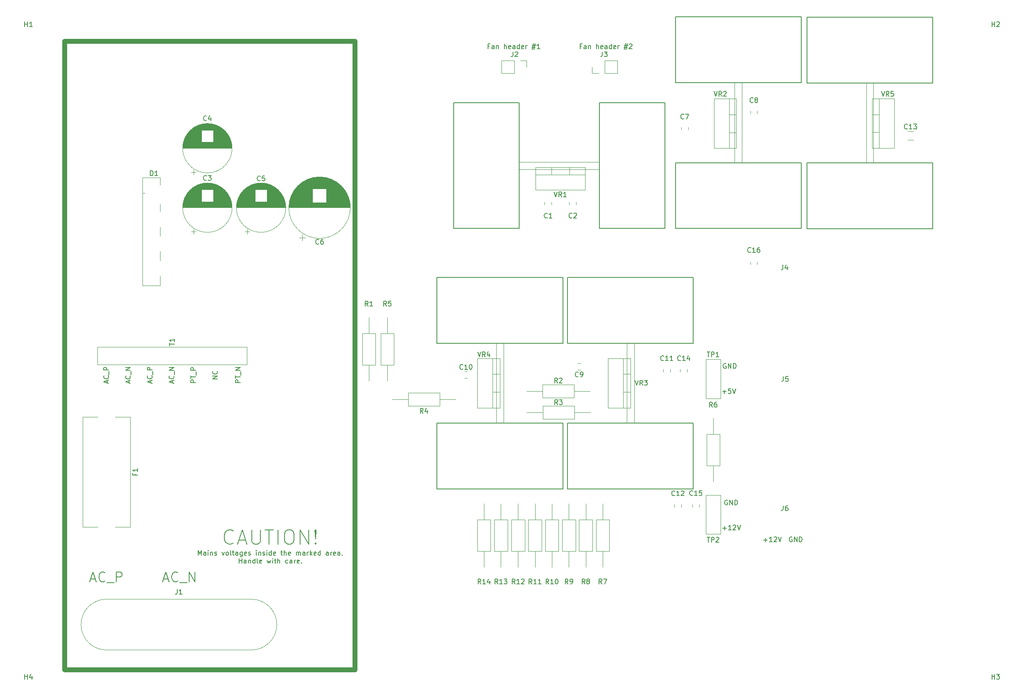
<source format=gbr>
G04 #@! TF.GenerationSoftware,KiCad,Pcbnew,(5.1.5)-3*
G04 #@! TF.CreationDate,2020-04-16T17:23:26-04:00*
G04 #@! TF.ProjectId,SAP-PSU,5341502d-5053-4552-9e6b-696361645f70,rev?*
G04 #@! TF.SameCoordinates,Original*
G04 #@! TF.FileFunction,Legend,Top*
G04 #@! TF.FilePolarity,Positive*
%FSLAX46Y46*%
G04 Gerber Fmt 4.6, Leading zero omitted, Abs format (unit mm)*
G04 Created by KiCad (PCBNEW (5.1.5)-3) date 2020-04-16 17:23:26*
%MOMM*%
%LPD*%
G04 APERTURE LIST*
%ADD10C,0.150000*%
%ADD11C,1.000000*%
%ADD12C,0.200000*%
%ADD13C,0.120000*%
G04 APERTURE END LIST*
D10*
X487914285Y-395533333D02*
X488866666Y-395533333D01*
X487723809Y-396104761D02*
X488390476Y-394104761D01*
X489057142Y-396104761D01*
X490866666Y-395914285D02*
X490771428Y-396009523D01*
X490485714Y-396104761D01*
X490295238Y-396104761D01*
X490009523Y-396009523D01*
X489819047Y-395819047D01*
X489723809Y-395628571D01*
X489628571Y-395247619D01*
X489628571Y-394961904D01*
X489723809Y-394580952D01*
X489819047Y-394390476D01*
X490009523Y-394200000D01*
X490295238Y-394104761D01*
X490485714Y-394104761D01*
X490771428Y-394200000D01*
X490866666Y-394295238D01*
X491247619Y-396295238D02*
X492771428Y-396295238D01*
X493247619Y-396104761D02*
X493247619Y-394104761D01*
X494390476Y-396104761D01*
X494390476Y-394104761D01*
X472861904Y-395533333D02*
X473814285Y-395533333D01*
X472671428Y-396104761D02*
X473338095Y-394104761D01*
X474004761Y-396104761D01*
X475814285Y-395914285D02*
X475719047Y-396009523D01*
X475433333Y-396104761D01*
X475242857Y-396104761D01*
X474957142Y-396009523D01*
X474766666Y-395819047D01*
X474671428Y-395628571D01*
X474576190Y-395247619D01*
X474576190Y-394961904D01*
X474671428Y-394580952D01*
X474766666Y-394390476D01*
X474957142Y-394200000D01*
X475242857Y-394104761D01*
X475433333Y-394104761D01*
X475719047Y-394200000D01*
X475814285Y-394295238D01*
X476195238Y-396295238D02*
X477719047Y-396295238D01*
X478195238Y-396104761D02*
X478195238Y-394104761D01*
X478957142Y-394104761D01*
X479147619Y-394200000D01*
X479242857Y-394295238D01*
X479338095Y-394485714D01*
X479338095Y-394771428D01*
X479242857Y-394961904D01*
X479147619Y-395057142D01*
X478957142Y-395152380D01*
X478195238Y-395152380D01*
X495119047Y-390627380D02*
X495119047Y-389627380D01*
X495452380Y-390341666D01*
X495785714Y-389627380D01*
X495785714Y-390627380D01*
X496690476Y-390627380D02*
X496690476Y-390103571D01*
X496642857Y-390008333D01*
X496547619Y-389960714D01*
X496357142Y-389960714D01*
X496261904Y-390008333D01*
X496690476Y-390579761D02*
X496595238Y-390627380D01*
X496357142Y-390627380D01*
X496261904Y-390579761D01*
X496214285Y-390484523D01*
X496214285Y-390389285D01*
X496261904Y-390294047D01*
X496357142Y-390246428D01*
X496595238Y-390246428D01*
X496690476Y-390198809D01*
X497166666Y-390627380D02*
X497166666Y-389960714D01*
X497166666Y-389627380D02*
X497119047Y-389675000D01*
X497166666Y-389722619D01*
X497214285Y-389675000D01*
X497166666Y-389627380D01*
X497166666Y-389722619D01*
X497642857Y-389960714D02*
X497642857Y-390627380D01*
X497642857Y-390055952D02*
X497690476Y-390008333D01*
X497785714Y-389960714D01*
X497928571Y-389960714D01*
X498023809Y-390008333D01*
X498071428Y-390103571D01*
X498071428Y-390627380D01*
X498500000Y-390579761D02*
X498595238Y-390627380D01*
X498785714Y-390627380D01*
X498880952Y-390579761D01*
X498928571Y-390484523D01*
X498928571Y-390436904D01*
X498880952Y-390341666D01*
X498785714Y-390294047D01*
X498642857Y-390294047D01*
X498547619Y-390246428D01*
X498500000Y-390151190D01*
X498500000Y-390103571D01*
X498547619Y-390008333D01*
X498642857Y-389960714D01*
X498785714Y-389960714D01*
X498880952Y-390008333D01*
X500023809Y-389960714D02*
X500261904Y-390627380D01*
X500500000Y-389960714D01*
X501023809Y-390627380D02*
X500928571Y-390579761D01*
X500880952Y-390532142D01*
X500833333Y-390436904D01*
X500833333Y-390151190D01*
X500880952Y-390055952D01*
X500928571Y-390008333D01*
X501023809Y-389960714D01*
X501166666Y-389960714D01*
X501261904Y-390008333D01*
X501309523Y-390055952D01*
X501357142Y-390151190D01*
X501357142Y-390436904D01*
X501309523Y-390532142D01*
X501261904Y-390579761D01*
X501166666Y-390627380D01*
X501023809Y-390627380D01*
X501928571Y-390627380D02*
X501833333Y-390579761D01*
X501785714Y-390484523D01*
X501785714Y-389627380D01*
X502166666Y-389960714D02*
X502547619Y-389960714D01*
X502309523Y-389627380D02*
X502309523Y-390484523D01*
X502357142Y-390579761D01*
X502452380Y-390627380D01*
X502547619Y-390627380D01*
X503309523Y-390627380D02*
X503309523Y-390103571D01*
X503261904Y-390008333D01*
X503166666Y-389960714D01*
X502976190Y-389960714D01*
X502880952Y-390008333D01*
X503309523Y-390579761D02*
X503214285Y-390627380D01*
X502976190Y-390627380D01*
X502880952Y-390579761D01*
X502833333Y-390484523D01*
X502833333Y-390389285D01*
X502880952Y-390294047D01*
X502976190Y-390246428D01*
X503214285Y-390246428D01*
X503309523Y-390198809D01*
X504214285Y-389960714D02*
X504214285Y-390770238D01*
X504166666Y-390865476D01*
X504119047Y-390913095D01*
X504023809Y-390960714D01*
X503880952Y-390960714D01*
X503785714Y-390913095D01*
X504214285Y-390579761D02*
X504119047Y-390627380D01*
X503928571Y-390627380D01*
X503833333Y-390579761D01*
X503785714Y-390532142D01*
X503738095Y-390436904D01*
X503738095Y-390151190D01*
X503785714Y-390055952D01*
X503833333Y-390008333D01*
X503928571Y-389960714D01*
X504119047Y-389960714D01*
X504214285Y-390008333D01*
X505071428Y-390579761D02*
X504976190Y-390627380D01*
X504785714Y-390627380D01*
X504690476Y-390579761D01*
X504642857Y-390484523D01*
X504642857Y-390103571D01*
X504690476Y-390008333D01*
X504785714Y-389960714D01*
X504976190Y-389960714D01*
X505071428Y-390008333D01*
X505119047Y-390103571D01*
X505119047Y-390198809D01*
X504642857Y-390294047D01*
X505500000Y-390579761D02*
X505595238Y-390627380D01*
X505785714Y-390627380D01*
X505880952Y-390579761D01*
X505928571Y-390484523D01*
X505928571Y-390436904D01*
X505880952Y-390341666D01*
X505785714Y-390294047D01*
X505642857Y-390294047D01*
X505547619Y-390246428D01*
X505500000Y-390151190D01*
X505500000Y-390103571D01*
X505547619Y-390008333D01*
X505642857Y-389960714D01*
X505785714Y-389960714D01*
X505880952Y-390008333D01*
X507119047Y-390627380D02*
X507119047Y-389960714D01*
X507119047Y-389627380D02*
X507071428Y-389675000D01*
X507119047Y-389722619D01*
X507166666Y-389675000D01*
X507119047Y-389627380D01*
X507119047Y-389722619D01*
X507595238Y-389960714D02*
X507595238Y-390627380D01*
X507595238Y-390055952D02*
X507642857Y-390008333D01*
X507738095Y-389960714D01*
X507880952Y-389960714D01*
X507976190Y-390008333D01*
X508023809Y-390103571D01*
X508023809Y-390627380D01*
X508452380Y-390579761D02*
X508547619Y-390627380D01*
X508738095Y-390627380D01*
X508833333Y-390579761D01*
X508880952Y-390484523D01*
X508880952Y-390436904D01*
X508833333Y-390341666D01*
X508738095Y-390294047D01*
X508595238Y-390294047D01*
X508500000Y-390246428D01*
X508452380Y-390151190D01*
X508452380Y-390103571D01*
X508500000Y-390008333D01*
X508595238Y-389960714D01*
X508738095Y-389960714D01*
X508833333Y-390008333D01*
X509309523Y-390627380D02*
X509309523Y-389960714D01*
X509309523Y-389627380D02*
X509261904Y-389675000D01*
X509309523Y-389722619D01*
X509357142Y-389675000D01*
X509309523Y-389627380D01*
X509309523Y-389722619D01*
X510214285Y-390627380D02*
X510214285Y-389627380D01*
X510214285Y-390579761D02*
X510119047Y-390627380D01*
X509928571Y-390627380D01*
X509833333Y-390579761D01*
X509785714Y-390532142D01*
X509738095Y-390436904D01*
X509738095Y-390151190D01*
X509785714Y-390055952D01*
X509833333Y-390008333D01*
X509928571Y-389960714D01*
X510119047Y-389960714D01*
X510214285Y-390008333D01*
X511071428Y-390579761D02*
X510976190Y-390627380D01*
X510785714Y-390627380D01*
X510690476Y-390579761D01*
X510642857Y-390484523D01*
X510642857Y-390103571D01*
X510690476Y-390008333D01*
X510785714Y-389960714D01*
X510976190Y-389960714D01*
X511071428Y-390008333D01*
X511119047Y-390103571D01*
X511119047Y-390198809D01*
X510642857Y-390294047D01*
X512166666Y-389960714D02*
X512547619Y-389960714D01*
X512309523Y-389627380D02*
X512309523Y-390484523D01*
X512357142Y-390579761D01*
X512452380Y-390627380D01*
X512547619Y-390627380D01*
X512880952Y-390627380D02*
X512880952Y-389627380D01*
X513309523Y-390627380D02*
X513309523Y-390103571D01*
X513261904Y-390008333D01*
X513166666Y-389960714D01*
X513023809Y-389960714D01*
X512928571Y-390008333D01*
X512880952Y-390055952D01*
X514166666Y-390579761D02*
X514071428Y-390627380D01*
X513880952Y-390627380D01*
X513785714Y-390579761D01*
X513738095Y-390484523D01*
X513738095Y-390103571D01*
X513785714Y-390008333D01*
X513880952Y-389960714D01*
X514071428Y-389960714D01*
X514166666Y-390008333D01*
X514214285Y-390103571D01*
X514214285Y-390198809D01*
X513738095Y-390294047D01*
X515404761Y-390627380D02*
X515404761Y-389960714D01*
X515404761Y-390055952D02*
X515452380Y-390008333D01*
X515547619Y-389960714D01*
X515690476Y-389960714D01*
X515785714Y-390008333D01*
X515833333Y-390103571D01*
X515833333Y-390627380D01*
X515833333Y-390103571D02*
X515880952Y-390008333D01*
X515976190Y-389960714D01*
X516119047Y-389960714D01*
X516214285Y-390008333D01*
X516261904Y-390103571D01*
X516261904Y-390627380D01*
X517166666Y-390627380D02*
X517166666Y-390103571D01*
X517119047Y-390008333D01*
X517023809Y-389960714D01*
X516833333Y-389960714D01*
X516738095Y-390008333D01*
X517166666Y-390579761D02*
X517071428Y-390627380D01*
X516833333Y-390627380D01*
X516738095Y-390579761D01*
X516690476Y-390484523D01*
X516690476Y-390389285D01*
X516738095Y-390294047D01*
X516833333Y-390246428D01*
X517071428Y-390246428D01*
X517166666Y-390198809D01*
X517642857Y-390627380D02*
X517642857Y-389960714D01*
X517642857Y-390151190D02*
X517690476Y-390055952D01*
X517738095Y-390008333D01*
X517833333Y-389960714D01*
X517928571Y-389960714D01*
X518261904Y-390627380D02*
X518261904Y-389627380D01*
X518357142Y-390246428D02*
X518642857Y-390627380D01*
X518642857Y-389960714D02*
X518261904Y-390341666D01*
X519452380Y-390579761D02*
X519357142Y-390627380D01*
X519166666Y-390627380D01*
X519071428Y-390579761D01*
X519023809Y-390484523D01*
X519023809Y-390103571D01*
X519071428Y-390008333D01*
X519166666Y-389960714D01*
X519357142Y-389960714D01*
X519452380Y-390008333D01*
X519500000Y-390103571D01*
X519500000Y-390198809D01*
X519023809Y-390294047D01*
X520357142Y-390627380D02*
X520357142Y-389627380D01*
X520357142Y-390579761D02*
X520261904Y-390627380D01*
X520071428Y-390627380D01*
X519976190Y-390579761D01*
X519928571Y-390532142D01*
X519880952Y-390436904D01*
X519880952Y-390151190D01*
X519928571Y-390055952D01*
X519976190Y-390008333D01*
X520071428Y-389960714D01*
X520261904Y-389960714D01*
X520357142Y-390008333D01*
X522023809Y-390627380D02*
X522023809Y-390103571D01*
X521976190Y-390008333D01*
X521880952Y-389960714D01*
X521690476Y-389960714D01*
X521595238Y-390008333D01*
X522023809Y-390579761D02*
X521928571Y-390627380D01*
X521690476Y-390627380D01*
X521595238Y-390579761D01*
X521547619Y-390484523D01*
X521547619Y-390389285D01*
X521595238Y-390294047D01*
X521690476Y-390246428D01*
X521928571Y-390246428D01*
X522023809Y-390198809D01*
X522499999Y-390627380D02*
X522499999Y-389960714D01*
X522499999Y-390151190D02*
X522547619Y-390055952D01*
X522595238Y-390008333D01*
X522690476Y-389960714D01*
X522785714Y-389960714D01*
X523499999Y-390579761D02*
X523404761Y-390627380D01*
X523214285Y-390627380D01*
X523119047Y-390579761D01*
X523071428Y-390484523D01*
X523071428Y-390103571D01*
X523119047Y-390008333D01*
X523214285Y-389960714D01*
X523404761Y-389960714D01*
X523499999Y-390008333D01*
X523547619Y-390103571D01*
X523547619Y-390198809D01*
X523071428Y-390294047D01*
X524404761Y-390627380D02*
X524404761Y-390103571D01*
X524357142Y-390008333D01*
X524261904Y-389960714D01*
X524071428Y-389960714D01*
X523976190Y-390008333D01*
X524404761Y-390579761D02*
X524309523Y-390627380D01*
X524071428Y-390627380D01*
X523976190Y-390579761D01*
X523928571Y-390484523D01*
X523928571Y-390389285D01*
X523976190Y-390294047D01*
X524071428Y-390246428D01*
X524309523Y-390246428D01*
X524404761Y-390198809D01*
X524880952Y-390532142D02*
X524928571Y-390579761D01*
X524880952Y-390627380D01*
X524833333Y-390579761D01*
X524880952Y-390532142D01*
X524880952Y-390627380D01*
X503547619Y-392277380D02*
X503547619Y-391277380D01*
X503547619Y-391753571D02*
X504119047Y-391753571D01*
X504119047Y-392277380D02*
X504119047Y-391277380D01*
X505023809Y-392277380D02*
X505023809Y-391753571D01*
X504976190Y-391658333D01*
X504880952Y-391610714D01*
X504690476Y-391610714D01*
X504595238Y-391658333D01*
X505023809Y-392229761D02*
X504928571Y-392277380D01*
X504690476Y-392277380D01*
X504595238Y-392229761D01*
X504547619Y-392134523D01*
X504547619Y-392039285D01*
X504595238Y-391944047D01*
X504690476Y-391896428D01*
X504928571Y-391896428D01*
X505023809Y-391848809D01*
X505500000Y-391610714D02*
X505500000Y-392277380D01*
X505500000Y-391705952D02*
X505547619Y-391658333D01*
X505642857Y-391610714D01*
X505785714Y-391610714D01*
X505880952Y-391658333D01*
X505928571Y-391753571D01*
X505928571Y-392277380D01*
X506833333Y-392277380D02*
X506833333Y-391277380D01*
X506833333Y-392229761D02*
X506738095Y-392277380D01*
X506547619Y-392277380D01*
X506452380Y-392229761D01*
X506404761Y-392182142D01*
X506357142Y-392086904D01*
X506357142Y-391801190D01*
X506404761Y-391705952D01*
X506452380Y-391658333D01*
X506547619Y-391610714D01*
X506738095Y-391610714D01*
X506833333Y-391658333D01*
X507452380Y-392277380D02*
X507357142Y-392229761D01*
X507309523Y-392134523D01*
X507309523Y-391277380D01*
X508214285Y-392229761D02*
X508119047Y-392277380D01*
X507928571Y-392277380D01*
X507833333Y-392229761D01*
X507785714Y-392134523D01*
X507785714Y-391753571D01*
X507833333Y-391658333D01*
X507928571Y-391610714D01*
X508119047Y-391610714D01*
X508214285Y-391658333D01*
X508261904Y-391753571D01*
X508261904Y-391848809D01*
X507785714Y-391944047D01*
X509357142Y-391610714D02*
X509547619Y-392277380D01*
X509738095Y-391801190D01*
X509928571Y-392277380D01*
X510119047Y-391610714D01*
X510500000Y-392277380D02*
X510500000Y-391610714D01*
X510500000Y-391277380D02*
X510452380Y-391325000D01*
X510500000Y-391372619D01*
X510547619Y-391325000D01*
X510500000Y-391277380D01*
X510500000Y-391372619D01*
X510833333Y-391610714D02*
X511214285Y-391610714D01*
X510976190Y-391277380D02*
X510976190Y-392134523D01*
X511023809Y-392229761D01*
X511119047Y-392277380D01*
X511214285Y-392277380D01*
X511547619Y-392277380D02*
X511547619Y-391277380D01*
X511976190Y-392277380D02*
X511976190Y-391753571D01*
X511928571Y-391658333D01*
X511833333Y-391610714D01*
X511690476Y-391610714D01*
X511595238Y-391658333D01*
X511547619Y-391705952D01*
X513642857Y-392229761D02*
X513547619Y-392277380D01*
X513357142Y-392277380D01*
X513261904Y-392229761D01*
X513214285Y-392182142D01*
X513166666Y-392086904D01*
X513166666Y-391801190D01*
X513214285Y-391705952D01*
X513261904Y-391658333D01*
X513357142Y-391610714D01*
X513547619Y-391610714D01*
X513642857Y-391658333D01*
X514500000Y-392277380D02*
X514500000Y-391753571D01*
X514452380Y-391658333D01*
X514357142Y-391610714D01*
X514166666Y-391610714D01*
X514071428Y-391658333D01*
X514500000Y-392229761D02*
X514404761Y-392277380D01*
X514166666Y-392277380D01*
X514071428Y-392229761D01*
X514023809Y-392134523D01*
X514023809Y-392039285D01*
X514071428Y-391944047D01*
X514166666Y-391896428D01*
X514404761Y-391896428D01*
X514500000Y-391848809D01*
X514976190Y-392277380D02*
X514976190Y-391610714D01*
X514976190Y-391801190D02*
X515023809Y-391705952D01*
X515071428Y-391658333D01*
X515166666Y-391610714D01*
X515261904Y-391610714D01*
X515976190Y-392229761D02*
X515880952Y-392277380D01*
X515690476Y-392277380D01*
X515595238Y-392229761D01*
X515547619Y-392134523D01*
X515547619Y-391753571D01*
X515595238Y-391658333D01*
X515690476Y-391610714D01*
X515880952Y-391610714D01*
X515976190Y-391658333D01*
X516023809Y-391753571D01*
X516023809Y-391848809D01*
X515547619Y-391944047D01*
X516452380Y-392182142D02*
X516500000Y-392229761D01*
X516452380Y-392277380D01*
X516404761Y-392229761D01*
X516452380Y-392182142D01*
X516452380Y-392277380D01*
X502357142Y-388071428D02*
X502214285Y-388214285D01*
X501785714Y-388357142D01*
X501500000Y-388357142D01*
X501071428Y-388214285D01*
X500785714Y-387928571D01*
X500642857Y-387642857D01*
X500500000Y-387071428D01*
X500500000Y-386642857D01*
X500642857Y-386071428D01*
X500785714Y-385785714D01*
X501071428Y-385500000D01*
X501500000Y-385357142D01*
X501785714Y-385357142D01*
X502214285Y-385500000D01*
X502357142Y-385642857D01*
X503500000Y-387500000D02*
X504928571Y-387500000D01*
X503214285Y-388357142D02*
X504214285Y-385357142D01*
X505214285Y-388357142D01*
X506214285Y-385357142D02*
X506214285Y-387785714D01*
X506357142Y-388071428D01*
X506500000Y-388214285D01*
X506785714Y-388357142D01*
X507357142Y-388357142D01*
X507642857Y-388214285D01*
X507785714Y-388071428D01*
X507928571Y-387785714D01*
X507928571Y-385357142D01*
X508928571Y-385357142D02*
X510642857Y-385357142D01*
X509785714Y-388357142D02*
X509785714Y-385357142D01*
X511642857Y-388357142D02*
X511642857Y-385357142D01*
X513642857Y-385357142D02*
X514214285Y-385357142D01*
X514500000Y-385500000D01*
X514785714Y-385785714D01*
X514928571Y-386357142D01*
X514928571Y-387357142D01*
X514785714Y-387928571D01*
X514500000Y-388214285D01*
X514214285Y-388357142D01*
X513642857Y-388357142D01*
X513357142Y-388214285D01*
X513071428Y-387928571D01*
X512928571Y-387357142D01*
X512928571Y-386357142D01*
X513071428Y-385785714D01*
X513357142Y-385500000D01*
X513642857Y-385357142D01*
X516214285Y-388357142D02*
X516214285Y-385357142D01*
X517928571Y-388357142D01*
X517928571Y-385357142D01*
X519357142Y-388071428D02*
X519500000Y-388214285D01*
X519357142Y-388357142D01*
X519214285Y-388214285D01*
X519357142Y-388071428D01*
X519357142Y-388357142D01*
X519357142Y-387214285D02*
X519214285Y-385500000D01*
X519357142Y-385357142D01*
X519500000Y-385500000D01*
X519357142Y-387214285D01*
X519357142Y-385357142D01*
X617888095Y-386900000D02*
X617792857Y-386852380D01*
X617650000Y-386852380D01*
X617507142Y-386900000D01*
X617411904Y-386995238D01*
X617364285Y-387090476D01*
X617316666Y-387280952D01*
X617316666Y-387423809D01*
X617364285Y-387614285D01*
X617411904Y-387709523D01*
X617507142Y-387804761D01*
X617650000Y-387852380D01*
X617745238Y-387852380D01*
X617888095Y-387804761D01*
X617935714Y-387757142D01*
X617935714Y-387423809D01*
X617745238Y-387423809D01*
X618364285Y-387852380D02*
X618364285Y-386852380D01*
X618935714Y-387852380D01*
X618935714Y-386852380D01*
X619411904Y-387852380D02*
X619411904Y-386852380D01*
X619650000Y-386852380D01*
X619792857Y-386900000D01*
X619888095Y-386995238D01*
X619935714Y-387090476D01*
X619983333Y-387280952D01*
X619983333Y-387423809D01*
X619935714Y-387614285D01*
X619888095Y-387709523D01*
X619792857Y-387804761D01*
X619650000Y-387852380D01*
X619411904Y-387852380D01*
X612038095Y-387471428D02*
X612800000Y-387471428D01*
X612419047Y-387852380D02*
X612419047Y-387090476D01*
X613800000Y-387852380D02*
X613228571Y-387852380D01*
X613514285Y-387852380D02*
X613514285Y-386852380D01*
X613419047Y-386995238D01*
X613323809Y-387090476D01*
X613228571Y-387138095D01*
X614180952Y-386947619D02*
X614228571Y-386900000D01*
X614323809Y-386852380D01*
X614561904Y-386852380D01*
X614657142Y-386900000D01*
X614704761Y-386947619D01*
X614752380Y-387042857D01*
X614752380Y-387138095D01*
X614704761Y-387280952D01*
X614133333Y-387852380D01*
X614752380Y-387852380D01*
X615038095Y-386852380D02*
X615371428Y-387852380D01*
X615704761Y-386852380D01*
X603588095Y-385021428D02*
X604350000Y-385021428D01*
X603969047Y-385402380D02*
X603969047Y-384640476D01*
X605350000Y-385402380D02*
X604778571Y-385402380D01*
X605064285Y-385402380D02*
X605064285Y-384402380D01*
X604969047Y-384545238D01*
X604873809Y-384640476D01*
X604778571Y-384688095D01*
X605730952Y-384497619D02*
X605778571Y-384450000D01*
X605873809Y-384402380D01*
X606111904Y-384402380D01*
X606207142Y-384450000D01*
X606254761Y-384497619D01*
X606302380Y-384592857D01*
X606302380Y-384688095D01*
X606254761Y-384830952D01*
X605683333Y-385402380D01*
X606302380Y-385402380D01*
X606588095Y-384402380D02*
X606921428Y-385402380D01*
X607254761Y-384402380D01*
X604538095Y-379250000D02*
X604442857Y-379202380D01*
X604300000Y-379202380D01*
X604157142Y-379250000D01*
X604061904Y-379345238D01*
X604014285Y-379440476D01*
X603966666Y-379630952D01*
X603966666Y-379773809D01*
X604014285Y-379964285D01*
X604061904Y-380059523D01*
X604157142Y-380154761D01*
X604300000Y-380202380D01*
X604395238Y-380202380D01*
X604538095Y-380154761D01*
X604585714Y-380107142D01*
X604585714Y-379773809D01*
X604395238Y-379773809D01*
X605014285Y-380202380D02*
X605014285Y-379202380D01*
X605585714Y-380202380D01*
X605585714Y-379202380D01*
X606061904Y-380202380D02*
X606061904Y-379202380D01*
X606300000Y-379202380D01*
X606442857Y-379250000D01*
X606538095Y-379345238D01*
X606585714Y-379440476D01*
X606633333Y-379630952D01*
X606633333Y-379773809D01*
X606585714Y-379964285D01*
X606538095Y-380059523D01*
X606442857Y-380154761D01*
X606300000Y-380202380D01*
X606061904Y-380202380D01*
X604238095Y-351000000D02*
X604142857Y-350952380D01*
X604000000Y-350952380D01*
X603857142Y-351000000D01*
X603761904Y-351095238D01*
X603714285Y-351190476D01*
X603666666Y-351380952D01*
X603666666Y-351523809D01*
X603714285Y-351714285D01*
X603761904Y-351809523D01*
X603857142Y-351904761D01*
X604000000Y-351952380D01*
X604095238Y-351952380D01*
X604238095Y-351904761D01*
X604285714Y-351857142D01*
X604285714Y-351523809D01*
X604095238Y-351523809D01*
X604714285Y-351952380D02*
X604714285Y-350952380D01*
X605285714Y-351952380D01*
X605285714Y-350952380D01*
X605761904Y-351952380D02*
X605761904Y-350952380D01*
X606000000Y-350952380D01*
X606142857Y-351000000D01*
X606238095Y-351095238D01*
X606285714Y-351190476D01*
X606333333Y-351380952D01*
X606333333Y-351523809D01*
X606285714Y-351714285D01*
X606238095Y-351809523D01*
X606142857Y-351904761D01*
X606000000Y-351952380D01*
X605761904Y-351952380D01*
X603514285Y-356771428D02*
X604276190Y-356771428D01*
X603895238Y-357152380D02*
X603895238Y-356390476D01*
X605228571Y-356152380D02*
X604752380Y-356152380D01*
X604704761Y-356628571D01*
X604752380Y-356580952D01*
X604847619Y-356533333D01*
X605085714Y-356533333D01*
X605180952Y-356580952D01*
X605228571Y-356628571D01*
X605276190Y-356723809D01*
X605276190Y-356961904D01*
X605228571Y-357057142D01*
X605180952Y-357104761D01*
X605085714Y-357152380D01*
X604847619Y-357152380D01*
X604752380Y-357104761D01*
X604704761Y-357057142D01*
X605561904Y-356152380D02*
X605895238Y-357152380D01*
X606228571Y-356152380D01*
D11*
X527500000Y-284300000D02*
X527500000Y-414300000D01*
X467500000Y-284300000D02*
X527500000Y-284300000D01*
X467500000Y-414300000D02*
X467500000Y-284300000D01*
X527500000Y-414300000D02*
X467500000Y-414300000D01*
D10*
X574386190Y-285308571D02*
X574052857Y-285308571D01*
X574052857Y-285832380D02*
X574052857Y-284832380D01*
X574529047Y-284832380D01*
X575338571Y-285832380D02*
X575338571Y-285308571D01*
X575290952Y-285213333D01*
X575195714Y-285165714D01*
X575005238Y-285165714D01*
X574910000Y-285213333D01*
X575338571Y-285784761D02*
X575243333Y-285832380D01*
X575005238Y-285832380D01*
X574910000Y-285784761D01*
X574862380Y-285689523D01*
X574862380Y-285594285D01*
X574910000Y-285499047D01*
X575005238Y-285451428D01*
X575243333Y-285451428D01*
X575338571Y-285403809D01*
X575814761Y-285165714D02*
X575814761Y-285832380D01*
X575814761Y-285260952D02*
X575862380Y-285213333D01*
X575957619Y-285165714D01*
X576100476Y-285165714D01*
X576195714Y-285213333D01*
X576243333Y-285308571D01*
X576243333Y-285832380D01*
X577481428Y-285832380D02*
X577481428Y-284832380D01*
X577910000Y-285832380D02*
X577910000Y-285308571D01*
X577862380Y-285213333D01*
X577767142Y-285165714D01*
X577624285Y-285165714D01*
X577529047Y-285213333D01*
X577481428Y-285260952D01*
X578767142Y-285784761D02*
X578671904Y-285832380D01*
X578481428Y-285832380D01*
X578386190Y-285784761D01*
X578338571Y-285689523D01*
X578338571Y-285308571D01*
X578386190Y-285213333D01*
X578481428Y-285165714D01*
X578671904Y-285165714D01*
X578767142Y-285213333D01*
X578814761Y-285308571D01*
X578814761Y-285403809D01*
X578338571Y-285499047D01*
X579671904Y-285832380D02*
X579671904Y-285308571D01*
X579624285Y-285213333D01*
X579529047Y-285165714D01*
X579338571Y-285165714D01*
X579243333Y-285213333D01*
X579671904Y-285784761D02*
X579576666Y-285832380D01*
X579338571Y-285832380D01*
X579243333Y-285784761D01*
X579195714Y-285689523D01*
X579195714Y-285594285D01*
X579243333Y-285499047D01*
X579338571Y-285451428D01*
X579576666Y-285451428D01*
X579671904Y-285403809D01*
X580576666Y-285832380D02*
X580576666Y-284832380D01*
X580576666Y-285784761D02*
X580481428Y-285832380D01*
X580290952Y-285832380D01*
X580195714Y-285784761D01*
X580148095Y-285737142D01*
X580100476Y-285641904D01*
X580100476Y-285356190D01*
X580148095Y-285260952D01*
X580195714Y-285213333D01*
X580290952Y-285165714D01*
X580481428Y-285165714D01*
X580576666Y-285213333D01*
X581433809Y-285784761D02*
X581338571Y-285832380D01*
X581148095Y-285832380D01*
X581052857Y-285784761D01*
X581005238Y-285689523D01*
X581005238Y-285308571D01*
X581052857Y-285213333D01*
X581148095Y-285165714D01*
X581338571Y-285165714D01*
X581433809Y-285213333D01*
X581481428Y-285308571D01*
X581481428Y-285403809D01*
X581005238Y-285499047D01*
X581910000Y-285832380D02*
X581910000Y-285165714D01*
X581910000Y-285356190D02*
X581957619Y-285260952D01*
X582005238Y-285213333D01*
X582100476Y-285165714D01*
X582195714Y-285165714D01*
X583243333Y-285165714D02*
X583957619Y-285165714D01*
X583529047Y-284737142D02*
X583243333Y-286022857D01*
X583862380Y-285594285D02*
X583148095Y-285594285D01*
X583576666Y-286022857D02*
X583862380Y-284737142D01*
X584243333Y-284927619D02*
X584290952Y-284880000D01*
X584386190Y-284832380D01*
X584624285Y-284832380D01*
X584719523Y-284880000D01*
X584767142Y-284927619D01*
X584814761Y-285022857D01*
X584814761Y-285118095D01*
X584767142Y-285260952D01*
X584195714Y-285832380D01*
X584814761Y-285832380D01*
X555336190Y-285308571D02*
X555002857Y-285308571D01*
X555002857Y-285832380D02*
X555002857Y-284832380D01*
X555479047Y-284832380D01*
X556288571Y-285832380D02*
X556288571Y-285308571D01*
X556240952Y-285213333D01*
X556145714Y-285165714D01*
X555955238Y-285165714D01*
X555860000Y-285213333D01*
X556288571Y-285784761D02*
X556193333Y-285832380D01*
X555955238Y-285832380D01*
X555860000Y-285784761D01*
X555812380Y-285689523D01*
X555812380Y-285594285D01*
X555860000Y-285499047D01*
X555955238Y-285451428D01*
X556193333Y-285451428D01*
X556288571Y-285403809D01*
X556764761Y-285165714D02*
X556764761Y-285832380D01*
X556764761Y-285260952D02*
X556812380Y-285213333D01*
X556907619Y-285165714D01*
X557050476Y-285165714D01*
X557145714Y-285213333D01*
X557193333Y-285308571D01*
X557193333Y-285832380D01*
X558431428Y-285832380D02*
X558431428Y-284832380D01*
X558860000Y-285832380D02*
X558860000Y-285308571D01*
X558812380Y-285213333D01*
X558717142Y-285165714D01*
X558574285Y-285165714D01*
X558479047Y-285213333D01*
X558431428Y-285260952D01*
X559717142Y-285784761D02*
X559621904Y-285832380D01*
X559431428Y-285832380D01*
X559336190Y-285784761D01*
X559288571Y-285689523D01*
X559288571Y-285308571D01*
X559336190Y-285213333D01*
X559431428Y-285165714D01*
X559621904Y-285165714D01*
X559717142Y-285213333D01*
X559764761Y-285308571D01*
X559764761Y-285403809D01*
X559288571Y-285499047D01*
X560621904Y-285832380D02*
X560621904Y-285308571D01*
X560574285Y-285213333D01*
X560479047Y-285165714D01*
X560288571Y-285165714D01*
X560193333Y-285213333D01*
X560621904Y-285784761D02*
X560526666Y-285832380D01*
X560288571Y-285832380D01*
X560193333Y-285784761D01*
X560145714Y-285689523D01*
X560145714Y-285594285D01*
X560193333Y-285499047D01*
X560288571Y-285451428D01*
X560526666Y-285451428D01*
X560621904Y-285403809D01*
X561526666Y-285832380D02*
X561526666Y-284832380D01*
X561526666Y-285784761D02*
X561431428Y-285832380D01*
X561240952Y-285832380D01*
X561145714Y-285784761D01*
X561098095Y-285737142D01*
X561050476Y-285641904D01*
X561050476Y-285356190D01*
X561098095Y-285260952D01*
X561145714Y-285213333D01*
X561240952Y-285165714D01*
X561431428Y-285165714D01*
X561526666Y-285213333D01*
X562383809Y-285784761D02*
X562288571Y-285832380D01*
X562098095Y-285832380D01*
X562002857Y-285784761D01*
X561955238Y-285689523D01*
X561955238Y-285308571D01*
X562002857Y-285213333D01*
X562098095Y-285165714D01*
X562288571Y-285165714D01*
X562383809Y-285213333D01*
X562431428Y-285308571D01*
X562431428Y-285403809D01*
X561955238Y-285499047D01*
X562860000Y-285832380D02*
X562860000Y-285165714D01*
X562860000Y-285356190D02*
X562907619Y-285260952D01*
X562955238Y-285213333D01*
X563050476Y-285165714D01*
X563145714Y-285165714D01*
X564193333Y-285165714D02*
X564907619Y-285165714D01*
X564479047Y-284737142D02*
X564193333Y-286022857D01*
X564812380Y-285594285D02*
X564098095Y-285594285D01*
X564526666Y-286022857D02*
X564812380Y-284737142D01*
X565764761Y-285832380D02*
X565193333Y-285832380D01*
X565479047Y-285832380D02*
X565479047Y-284832380D01*
X565383809Y-284975238D01*
X565288571Y-285070476D01*
X565193333Y-285118095D01*
D12*
X544500000Y-376900000D02*
X544500000Y-363300000D01*
X544500000Y-363300000D02*
X570500000Y-363300000D01*
X570500000Y-363300000D02*
X570500000Y-376900000D01*
X570500000Y-376900000D02*
X544500000Y-376900000D01*
D13*
X556750000Y-363300000D02*
X556750000Y-346750000D01*
X558250000Y-363300000D02*
X558250000Y-346750000D01*
D12*
X544500000Y-333150000D02*
X570500000Y-333150000D01*
X544500000Y-346750000D02*
X544500000Y-333150000D01*
X570500000Y-346750000D02*
X544500000Y-346750000D01*
X570500000Y-333150000D02*
X570500000Y-346750000D01*
D13*
X603100000Y-378150000D02*
X603100000Y-386250000D01*
X600100000Y-386250000D02*
X600100000Y-378150000D01*
X603100000Y-378150000D02*
X600100000Y-378150000D01*
X600100000Y-386250000D02*
X603100000Y-386250000D01*
X554200000Y-379940000D02*
X554200000Y-383250000D01*
X554200000Y-393100000D02*
X554200000Y-389790000D01*
X552830000Y-383250000D02*
X552830000Y-389790000D01*
X555570000Y-383250000D02*
X552830000Y-383250000D01*
X555570000Y-389790000D02*
X555570000Y-383250000D01*
X552830000Y-389790000D02*
X555570000Y-389790000D01*
X557700000Y-393110000D02*
X557700000Y-389800000D01*
X557700000Y-379950000D02*
X557700000Y-383260000D01*
X559070000Y-389800000D02*
X559070000Y-383260000D01*
X556330000Y-389800000D02*
X559070000Y-389800000D01*
X556330000Y-383260000D02*
X556330000Y-389800000D01*
X559070000Y-383260000D02*
X556330000Y-383260000D01*
X561250000Y-379940000D02*
X561250000Y-383250000D01*
X561250000Y-393100000D02*
X561250000Y-389790000D01*
X559880000Y-383250000D02*
X559880000Y-389790000D01*
X562620000Y-383250000D02*
X559880000Y-383250000D01*
X562620000Y-389790000D02*
X562620000Y-383250000D01*
X559880000Y-389790000D02*
X562620000Y-389790000D01*
X564750000Y-393110000D02*
X564750000Y-389800000D01*
X564750000Y-379950000D02*
X564750000Y-383260000D01*
X566120000Y-389800000D02*
X566120000Y-383260000D01*
X563380000Y-389800000D02*
X566120000Y-389800000D01*
X563380000Y-383260000D02*
X563380000Y-389800000D01*
X566120000Y-383260000D02*
X563380000Y-383260000D01*
X568250000Y-379940000D02*
X568250000Y-383250000D01*
X568250000Y-393100000D02*
X568250000Y-389790000D01*
X566880000Y-383250000D02*
X566880000Y-389790000D01*
X569620000Y-383250000D02*
X566880000Y-383250000D01*
X569620000Y-389790000D02*
X569620000Y-383250000D01*
X566880000Y-389790000D02*
X569620000Y-389790000D01*
X571750000Y-393110000D02*
X571750000Y-389800000D01*
X571750000Y-379950000D02*
X571750000Y-383260000D01*
X573120000Y-389800000D02*
X573120000Y-383260000D01*
X570380000Y-389800000D02*
X573120000Y-389800000D01*
X570380000Y-383260000D02*
X570380000Y-389800000D01*
X573120000Y-383260000D02*
X570380000Y-383260000D01*
X575250000Y-379940000D02*
X575250000Y-383250000D01*
X575250000Y-393100000D02*
X575250000Y-389790000D01*
X573880000Y-383250000D02*
X573880000Y-389790000D01*
X576620000Y-383250000D02*
X573880000Y-383250000D01*
X576620000Y-389790000D02*
X576620000Y-383250000D01*
X573880000Y-389790000D02*
X576620000Y-389790000D01*
X578750000Y-393110000D02*
X578750000Y-389800000D01*
X578750000Y-379950000D02*
X578750000Y-383260000D01*
X580120000Y-389800000D02*
X580120000Y-383260000D01*
X577380000Y-389800000D02*
X580120000Y-389800000D01*
X577380000Y-383260000D02*
X577380000Y-389800000D01*
X580120000Y-383260000D02*
X577380000Y-383260000D01*
X610710000Y-330436252D02*
X610710000Y-329913748D01*
X609290000Y-330436252D02*
X609290000Y-329913748D01*
X598710000Y-380661252D02*
X598710000Y-380138748D01*
X597290000Y-380661252D02*
X597290000Y-380138748D01*
X596210000Y-352661252D02*
X596210000Y-352138748D01*
X594790000Y-352661252D02*
X594790000Y-352138748D01*
X641797936Y-304710000D02*
X643002064Y-304710000D01*
X641797936Y-302890000D02*
X643002064Y-302890000D01*
X595010000Y-380686252D02*
X595010000Y-380163748D01*
X593590000Y-380686252D02*
X593590000Y-380163748D01*
X592710000Y-352661252D02*
X592710000Y-352138748D01*
X591290000Y-352661252D02*
X591290000Y-352138748D01*
X610710000Y-299236252D02*
X610710000Y-298713748D01*
X609290000Y-299236252D02*
X609290000Y-298713748D01*
X594990000Y-302063748D02*
X594990000Y-302586252D01*
X596410000Y-302063748D02*
X596410000Y-302586252D01*
X601600000Y-362240000D02*
X601600000Y-365550000D01*
X601600000Y-375400000D02*
X601600000Y-372090000D01*
X600230000Y-365550000D02*
X600230000Y-372090000D01*
X602970000Y-365550000D02*
X600230000Y-365550000D01*
X602970000Y-372090000D02*
X602970000Y-365550000D01*
X600230000Y-372090000D02*
X602970000Y-372090000D01*
X534200000Y-341400000D02*
X534200000Y-344710000D01*
X534200000Y-354560000D02*
X534200000Y-351250000D01*
X532830000Y-344710000D02*
X532830000Y-351250000D01*
X535570000Y-344710000D02*
X532830000Y-344710000D01*
X535570000Y-351250000D02*
X535570000Y-344710000D01*
X532830000Y-351250000D02*
X535570000Y-351250000D01*
X563000000Y-356700000D02*
X566310000Y-356700000D01*
X576160000Y-356700000D02*
X572850000Y-356700000D01*
X566310000Y-358070000D02*
X572850000Y-358070000D01*
X566310000Y-355330000D02*
X566310000Y-358070000D01*
X572850000Y-355330000D02*
X566310000Y-355330000D01*
X572850000Y-358070000D02*
X572850000Y-355330000D01*
X530400000Y-341400000D02*
X530400000Y-344710000D01*
X530400000Y-354560000D02*
X530400000Y-351250000D01*
X529030000Y-344710000D02*
X529030000Y-351250000D01*
X531770000Y-344710000D02*
X529030000Y-344710000D01*
X531770000Y-351250000D02*
X531770000Y-344710000D01*
X529030000Y-351250000D02*
X531770000Y-351250000D01*
X557470000Y-356850000D02*
X555960000Y-356850000D01*
X557470000Y-353150000D02*
X555960000Y-353150000D01*
X555960000Y-349879000D02*
X555960000Y-360120000D01*
X557470000Y-360120000D02*
X552829000Y-360120000D01*
X557470000Y-349879000D02*
X552829000Y-349879000D01*
X552829000Y-349879000D02*
X552829000Y-360120000D01*
X557470000Y-349879000D02*
X557470000Y-360120000D01*
X584470000Y-356850000D02*
X582960000Y-356850000D01*
X584470000Y-353150000D02*
X582960000Y-353150000D01*
X582960000Y-349879000D02*
X582960000Y-360120000D01*
X584470000Y-360120000D02*
X579829000Y-360120000D01*
X584470000Y-349879000D02*
X579829000Y-349879000D01*
X579829000Y-349879000D02*
X579829000Y-360120000D01*
X584470000Y-349879000D02*
X584470000Y-360120000D01*
X505174000Y-351204000D02*
X474274000Y-351204000D01*
X505174000Y-347504000D02*
X505174000Y-351204000D01*
X474274000Y-347504000D02*
X505174000Y-347504000D01*
X474274000Y-351204000D02*
X474274000Y-347504000D01*
X475324000Y-351204000D02*
X474274000Y-351204000D01*
X603100000Y-350080000D02*
X603100000Y-358180000D01*
X600100000Y-358180000D02*
X600100000Y-350080000D01*
X603100000Y-350080000D02*
X600100000Y-350080000D01*
X600100000Y-358180000D02*
X603100000Y-358180000D01*
X535200000Y-358400000D02*
X538510000Y-358400000D01*
X548360000Y-358400000D02*
X545050000Y-358400000D01*
X538510000Y-359770000D02*
X545050000Y-359770000D01*
X538510000Y-357030000D02*
X538510000Y-359770000D01*
X545050000Y-357030000D02*
X538510000Y-357030000D01*
X545050000Y-359770000D02*
X545050000Y-357030000D01*
X576200000Y-361100000D02*
X572890000Y-361100000D01*
X563040000Y-361100000D02*
X566350000Y-361100000D01*
X572890000Y-359730000D02*
X566350000Y-359730000D01*
X572890000Y-362470000D02*
X572890000Y-359730000D01*
X566350000Y-362470000D02*
X572890000Y-362470000D01*
X566350000Y-359730000D02*
X566350000Y-362470000D01*
X550736252Y-352590000D02*
X550213748Y-352590000D01*
X550736252Y-354010000D02*
X550213748Y-354010000D01*
X574136252Y-350890000D02*
X573613748Y-350890000D01*
X574136252Y-352310000D02*
X573613748Y-352310000D01*
X634430000Y-299409000D02*
X635940000Y-299409000D01*
X634430000Y-303110000D02*
X635940000Y-303110000D01*
X635940000Y-306380000D02*
X635940000Y-296140000D01*
X634430000Y-296140000D02*
X639071000Y-296140000D01*
X634430000Y-306380000D02*
X639071000Y-306380000D01*
X639071000Y-306380000D02*
X639071000Y-296140000D01*
X634430000Y-306380000D02*
X634430000Y-296140000D01*
X606390000Y-303141000D02*
X604880000Y-303141000D01*
X606390000Y-299440000D02*
X604880000Y-299440000D01*
X604880000Y-296170000D02*
X604880000Y-306410000D01*
X606390000Y-306410000D02*
X601749000Y-306410000D01*
X606390000Y-296170000D02*
X601749000Y-296170000D01*
X601749000Y-296170000D02*
X601749000Y-306410000D01*
X606390000Y-296170000D02*
X606390000Y-306410000D01*
X571851000Y-310410000D02*
X571851000Y-311920000D01*
X568150000Y-310410000D02*
X568150000Y-311920000D01*
X564880000Y-311920000D02*
X575120000Y-311920000D01*
X575120000Y-310410000D02*
X575120000Y-315051000D01*
X564880000Y-310410000D02*
X564880000Y-315051000D01*
X564880000Y-315051000D02*
X575120000Y-315051000D01*
X564880000Y-310410000D02*
X575120000Y-310410000D01*
X576570000Y-290930000D02*
X576570000Y-289600000D01*
X577900000Y-290930000D02*
X576570000Y-290930000D01*
X579170000Y-290930000D02*
X579170000Y-288270000D01*
X579170000Y-288270000D02*
X581770000Y-288270000D01*
X579170000Y-290930000D02*
X581770000Y-290930000D01*
X581770000Y-290930000D02*
X581770000Y-288270000D01*
X563030000Y-288270000D02*
X563030000Y-289600000D01*
X561700000Y-288270000D02*
X563030000Y-288270000D01*
X560430000Y-288270000D02*
X560430000Y-290930000D01*
X560430000Y-290930000D02*
X557830000Y-290930000D01*
X560430000Y-288270000D02*
X557830000Y-288270000D01*
X557830000Y-288270000D02*
X557830000Y-290930000D01*
X476120000Y-399730000D02*
G75*
G03X476120000Y-410230000I0J-5250000D01*
G01*
X506120000Y-410230000D02*
G75*
G03X506120000Y-399730000I0J5250000D01*
G01*
X506120000Y-399730000D02*
X476120000Y-399730000D01*
X476120000Y-410230000D02*
X506120000Y-410230000D01*
D12*
X621000000Y-323050000D02*
X621000000Y-309450000D01*
X621000000Y-309450000D02*
X647000000Y-309450000D01*
X647000000Y-309450000D02*
X647000000Y-323050000D01*
X647000000Y-323050000D02*
X621000000Y-323050000D01*
D13*
X633250000Y-309450000D02*
X633250000Y-292900000D01*
X634750000Y-309450000D02*
X634750000Y-292900000D01*
D12*
X621000000Y-279300000D02*
X647000000Y-279300000D01*
X621000000Y-292900000D02*
X621000000Y-279300000D01*
X647000000Y-292900000D02*
X621000000Y-292900000D01*
X647000000Y-279300000D02*
X647000000Y-292900000D01*
X571500000Y-376900000D02*
X571500000Y-363300000D01*
X571500000Y-363300000D02*
X597500000Y-363300000D01*
X597500000Y-363300000D02*
X597500000Y-376900000D01*
X597500000Y-376900000D02*
X571500000Y-376900000D01*
D13*
X583750000Y-363300000D02*
X583750000Y-346750000D01*
X585250000Y-363300000D02*
X585250000Y-346750000D01*
D12*
X571500000Y-333150000D02*
X597500000Y-333150000D01*
X571500000Y-346750000D02*
X571500000Y-333150000D01*
X597500000Y-346750000D02*
X571500000Y-346750000D01*
X597500000Y-333150000D02*
X597500000Y-346750000D01*
X619800000Y-279250000D02*
X619800000Y-292850000D01*
X619800000Y-292850000D02*
X593800000Y-292850000D01*
X593800000Y-292850000D02*
X593800000Y-279250000D01*
X593800000Y-279250000D02*
X619800000Y-279250000D01*
D13*
X607550000Y-292850000D02*
X607550000Y-309400000D01*
X606050000Y-292850000D02*
X606050000Y-309400000D01*
D12*
X619800000Y-323000000D02*
X593800000Y-323000000D01*
X619800000Y-309400000D02*
X619800000Y-323000000D01*
X593800000Y-309400000D02*
X619800000Y-309400000D01*
X593800000Y-323000000D02*
X593800000Y-309400000D01*
X547900000Y-297000000D02*
X561500000Y-297000000D01*
X561500000Y-297000000D02*
X561500000Y-323000000D01*
X561500000Y-323000000D02*
X547900000Y-323000000D01*
X547900000Y-323000000D02*
X547900000Y-297000000D01*
D13*
X561500000Y-309250000D02*
X578050000Y-309250000D01*
X561500000Y-310750000D02*
X578050000Y-310750000D01*
D12*
X591650000Y-297000000D02*
X591650000Y-323000000D01*
X578050000Y-297000000D02*
X591650000Y-297000000D01*
X578050000Y-323000000D02*
X578050000Y-297000000D01*
X591650000Y-323000000D02*
X578050000Y-323000000D01*
D13*
X471214000Y-362050000D02*
X474374000Y-362050000D01*
X471214000Y-362050000D02*
X471214000Y-384770000D01*
X481034000Y-362050000D02*
X481034000Y-384770000D01*
X477874000Y-362050000D02*
X481034000Y-362050000D01*
X477874000Y-384770000D02*
X481034000Y-384770000D01*
X471214000Y-384770000D02*
X474374000Y-384770000D01*
X487200000Y-312500000D02*
X487200000Y-314000000D01*
X487200000Y-318000000D02*
X487200000Y-319500000D01*
X487200000Y-322700000D02*
X487200000Y-324600000D01*
X487200000Y-327700000D02*
X487200000Y-329700000D01*
X487200000Y-332800000D02*
X487200000Y-334800000D01*
X487200000Y-334800000D02*
X483600000Y-334800000D01*
X483600000Y-334800000D02*
X483600000Y-312500000D01*
X483600000Y-312500000D02*
X487200000Y-312500000D01*
X483600000Y-315700000D02*
X484100000Y-315700000D01*
X516000000Y-324892082D02*
X517250000Y-324892082D01*
X516625000Y-325517082D02*
X516625000Y-324267082D01*
X519883000Y-312339000D02*
X520517000Y-312339000D01*
X519443000Y-312379000D02*
X520957000Y-312379000D01*
X519172000Y-312419000D02*
X521228000Y-312419000D01*
X518959000Y-312459000D02*
X521441000Y-312459000D01*
X518778000Y-312499000D02*
X521622000Y-312499000D01*
X518617000Y-312539000D02*
X521783000Y-312539000D01*
X518472000Y-312579000D02*
X521928000Y-312579000D01*
X518339000Y-312619000D02*
X522061000Y-312619000D01*
X518216000Y-312659000D02*
X522184000Y-312659000D01*
X518100000Y-312699000D02*
X522300000Y-312699000D01*
X517991000Y-312739000D02*
X522409000Y-312739000D01*
X517888000Y-312779000D02*
X522512000Y-312779000D01*
X517790000Y-312819000D02*
X522610000Y-312819000D01*
X517696000Y-312859000D02*
X522704000Y-312859000D01*
X517606000Y-312899000D02*
X522794000Y-312899000D01*
X517519000Y-312939000D02*
X522881000Y-312939000D01*
X517436000Y-312979000D02*
X522964000Y-312979000D01*
X517356000Y-313019000D02*
X523044000Y-313019000D01*
X517279000Y-313059000D02*
X523121000Y-313059000D01*
X517204000Y-313099000D02*
X523196000Y-313099000D01*
X517131000Y-313139000D02*
X523269000Y-313139000D01*
X517060000Y-313179000D02*
X523340000Y-313179000D01*
X516992000Y-313219000D02*
X523408000Y-313219000D01*
X516925000Y-313259000D02*
X523475000Y-313259000D01*
X516861000Y-313299000D02*
X523539000Y-313299000D01*
X516798000Y-313339000D02*
X523602000Y-313339000D01*
X516736000Y-313379000D02*
X523664000Y-313379000D01*
X516676000Y-313419000D02*
X523724000Y-313419000D01*
X516617000Y-313459000D02*
X523783000Y-313459000D01*
X516560000Y-313499000D02*
X523840000Y-313499000D01*
X516504000Y-313539000D02*
X523896000Y-313539000D01*
X516450000Y-313579000D02*
X523950000Y-313579000D01*
X516396000Y-313619000D02*
X524004000Y-313619000D01*
X516344000Y-313659000D02*
X524056000Y-313659000D01*
X516293000Y-313699000D02*
X524107000Y-313699000D01*
X516243000Y-313739000D02*
X524157000Y-313739000D01*
X516193000Y-313779000D02*
X524207000Y-313779000D01*
X516145000Y-313819000D02*
X524255000Y-313819000D01*
X516098000Y-313859000D02*
X524302000Y-313859000D01*
X516052000Y-313899000D02*
X524348000Y-313899000D01*
X516006000Y-313939000D02*
X524394000Y-313939000D01*
X515962000Y-313979000D02*
X524438000Y-313979000D01*
X515918000Y-314019000D02*
X524482000Y-314019000D01*
X515875000Y-314059000D02*
X524525000Y-314059000D01*
X515833000Y-314099000D02*
X524567000Y-314099000D01*
X515792000Y-314139000D02*
X524608000Y-314139000D01*
X515751000Y-314179000D02*
X524649000Y-314179000D01*
X515711000Y-314219000D02*
X524689000Y-314219000D01*
X515672000Y-314259000D02*
X524728000Y-314259000D01*
X515633000Y-314299000D02*
X524767000Y-314299000D01*
X515595000Y-314339000D02*
X524805000Y-314339000D01*
X515558000Y-314379000D02*
X524842000Y-314379000D01*
X515522000Y-314419000D02*
X524878000Y-314419000D01*
X515486000Y-314459000D02*
X524914000Y-314459000D01*
X515450000Y-314499000D02*
X524950000Y-314499000D01*
X515415000Y-314539000D02*
X524985000Y-314539000D01*
X515381000Y-314579000D02*
X525019000Y-314579000D01*
X515348000Y-314619000D02*
X525052000Y-314619000D01*
X515315000Y-314659000D02*
X525085000Y-314659000D01*
X515282000Y-314699000D02*
X525118000Y-314699000D01*
X515250000Y-314739000D02*
X525150000Y-314739000D01*
X521640000Y-314779000D02*
X525182000Y-314779000D01*
X515218000Y-314779000D02*
X518760000Y-314779000D01*
X521640000Y-314819000D02*
X525212000Y-314819000D01*
X515188000Y-314819000D02*
X518760000Y-314819000D01*
X521640000Y-314859000D02*
X525243000Y-314859000D01*
X515157000Y-314859000D02*
X518760000Y-314859000D01*
X521640000Y-314899000D02*
X525273000Y-314899000D01*
X515127000Y-314899000D02*
X518760000Y-314899000D01*
X521640000Y-314939000D02*
X525302000Y-314939000D01*
X515098000Y-314939000D02*
X518760000Y-314939000D01*
X521640000Y-314979000D02*
X525331000Y-314979000D01*
X515069000Y-314979000D02*
X518760000Y-314979000D01*
X521640000Y-315019000D02*
X525360000Y-315019000D01*
X515040000Y-315019000D02*
X518760000Y-315019000D01*
X521640000Y-315059000D02*
X525388000Y-315059000D01*
X515012000Y-315059000D02*
X518760000Y-315059000D01*
X521640000Y-315099000D02*
X525416000Y-315099000D01*
X514984000Y-315099000D02*
X518760000Y-315099000D01*
X521640000Y-315139000D02*
X525443000Y-315139000D01*
X514957000Y-315139000D02*
X518760000Y-315139000D01*
X521640000Y-315179000D02*
X525470000Y-315179000D01*
X514930000Y-315179000D02*
X518760000Y-315179000D01*
X521640000Y-315219000D02*
X525496000Y-315219000D01*
X514904000Y-315219000D02*
X518760000Y-315219000D01*
X521640000Y-315259000D02*
X525522000Y-315259000D01*
X514878000Y-315259000D02*
X518760000Y-315259000D01*
X521640000Y-315299000D02*
X525547000Y-315299000D01*
X514853000Y-315299000D02*
X518760000Y-315299000D01*
X521640000Y-315339000D02*
X525572000Y-315339000D01*
X514828000Y-315339000D02*
X518760000Y-315339000D01*
X521640000Y-315379000D02*
X525597000Y-315379000D01*
X514803000Y-315379000D02*
X518760000Y-315379000D01*
X521640000Y-315419000D02*
X525621000Y-315419000D01*
X514779000Y-315419000D02*
X518760000Y-315419000D01*
X521640000Y-315459000D02*
X525645000Y-315459000D01*
X514755000Y-315459000D02*
X518760000Y-315459000D01*
X521640000Y-315499000D02*
X525668000Y-315499000D01*
X514732000Y-315499000D02*
X518760000Y-315499000D01*
X521640000Y-315539000D02*
X525691000Y-315539000D01*
X514709000Y-315539000D02*
X518760000Y-315539000D01*
X521640000Y-315579000D02*
X525714000Y-315579000D01*
X514686000Y-315579000D02*
X518760000Y-315579000D01*
X521640000Y-315619000D02*
X525736000Y-315619000D01*
X514664000Y-315619000D02*
X518760000Y-315619000D01*
X521640000Y-315659000D02*
X525758000Y-315659000D01*
X514642000Y-315659000D02*
X518760000Y-315659000D01*
X521640000Y-315699000D02*
X525780000Y-315699000D01*
X514620000Y-315699000D02*
X518760000Y-315699000D01*
X521640000Y-315739000D02*
X525801000Y-315739000D01*
X514599000Y-315739000D02*
X518760000Y-315739000D01*
X521640000Y-315779000D02*
X525822000Y-315779000D01*
X514578000Y-315779000D02*
X518760000Y-315779000D01*
X521640000Y-315819000D02*
X525842000Y-315819000D01*
X514558000Y-315819000D02*
X518760000Y-315819000D01*
X521640000Y-315859000D02*
X525862000Y-315859000D01*
X514538000Y-315859000D02*
X518760000Y-315859000D01*
X521640000Y-315899000D02*
X525882000Y-315899000D01*
X514518000Y-315899000D02*
X518760000Y-315899000D01*
X521640000Y-315939000D02*
X525902000Y-315939000D01*
X514498000Y-315939000D02*
X518760000Y-315939000D01*
X521640000Y-315979000D02*
X525921000Y-315979000D01*
X514479000Y-315979000D02*
X518760000Y-315979000D01*
X521640000Y-316019000D02*
X525939000Y-316019000D01*
X514461000Y-316019000D02*
X518760000Y-316019000D01*
X521640000Y-316059000D02*
X525958000Y-316059000D01*
X514442000Y-316059000D02*
X518760000Y-316059000D01*
X521640000Y-316099000D02*
X525976000Y-316099000D01*
X514424000Y-316099000D02*
X518760000Y-316099000D01*
X521640000Y-316139000D02*
X525993000Y-316139000D01*
X514407000Y-316139000D02*
X518760000Y-316139000D01*
X521640000Y-316179000D02*
X526011000Y-316179000D01*
X514389000Y-316179000D02*
X518760000Y-316179000D01*
X521640000Y-316219000D02*
X526028000Y-316219000D01*
X514372000Y-316219000D02*
X518760000Y-316219000D01*
X521640000Y-316259000D02*
X526045000Y-316259000D01*
X514355000Y-316259000D02*
X518760000Y-316259000D01*
X521640000Y-316299000D02*
X526061000Y-316299000D01*
X514339000Y-316299000D02*
X518760000Y-316299000D01*
X521640000Y-316339000D02*
X526077000Y-316339000D01*
X514323000Y-316339000D02*
X518760000Y-316339000D01*
X521640000Y-316379000D02*
X526093000Y-316379000D01*
X514307000Y-316379000D02*
X518760000Y-316379000D01*
X521640000Y-316419000D02*
X526108000Y-316419000D01*
X514292000Y-316419000D02*
X518760000Y-316419000D01*
X521640000Y-316459000D02*
X526124000Y-316459000D01*
X514276000Y-316459000D02*
X518760000Y-316459000D01*
X521640000Y-316499000D02*
X526139000Y-316499000D01*
X514261000Y-316499000D02*
X518760000Y-316499000D01*
X521640000Y-316539000D02*
X526153000Y-316539000D01*
X514247000Y-316539000D02*
X518760000Y-316539000D01*
X521640000Y-316579000D02*
X526167000Y-316579000D01*
X514233000Y-316579000D02*
X518760000Y-316579000D01*
X521640000Y-316619000D02*
X526181000Y-316619000D01*
X514219000Y-316619000D02*
X518760000Y-316619000D01*
X521640000Y-316659000D02*
X526195000Y-316659000D01*
X514205000Y-316659000D02*
X518760000Y-316659000D01*
X521640000Y-316699000D02*
X526208000Y-316699000D01*
X514192000Y-316699000D02*
X518760000Y-316699000D01*
X521640000Y-316739000D02*
X526221000Y-316739000D01*
X514179000Y-316739000D02*
X518760000Y-316739000D01*
X521640000Y-316779000D02*
X526234000Y-316779000D01*
X514166000Y-316779000D02*
X518760000Y-316779000D01*
X521640000Y-316819000D02*
X526247000Y-316819000D01*
X514153000Y-316819000D02*
X518760000Y-316819000D01*
X521640000Y-316859000D02*
X526259000Y-316859000D01*
X514141000Y-316859000D02*
X518760000Y-316859000D01*
X521640000Y-316899000D02*
X526271000Y-316899000D01*
X514129000Y-316899000D02*
X518760000Y-316899000D01*
X521640000Y-316939000D02*
X526283000Y-316939000D01*
X514117000Y-316939000D02*
X518760000Y-316939000D01*
X521640000Y-316979000D02*
X526294000Y-316979000D01*
X514106000Y-316979000D02*
X518760000Y-316979000D01*
X521640000Y-317019000D02*
X526305000Y-317019000D01*
X514095000Y-317019000D02*
X518760000Y-317019000D01*
X521640000Y-317059000D02*
X526316000Y-317059000D01*
X514084000Y-317059000D02*
X518760000Y-317059000D01*
X521640000Y-317099000D02*
X526326000Y-317099000D01*
X514074000Y-317099000D02*
X518760000Y-317099000D01*
X521640000Y-317139000D02*
X526337000Y-317139000D01*
X514063000Y-317139000D02*
X518760000Y-317139000D01*
X521640000Y-317179000D02*
X526346000Y-317179000D01*
X514054000Y-317179000D02*
X518760000Y-317179000D01*
X521640000Y-317219000D02*
X526356000Y-317219000D01*
X514044000Y-317219000D02*
X518760000Y-317219000D01*
X521640000Y-317259000D02*
X526366000Y-317259000D01*
X514034000Y-317259000D02*
X518760000Y-317259000D01*
X521640000Y-317299000D02*
X526375000Y-317299000D01*
X514025000Y-317299000D02*
X518760000Y-317299000D01*
X521640000Y-317339000D02*
X526384000Y-317339000D01*
X514016000Y-317339000D02*
X518760000Y-317339000D01*
X521640000Y-317379000D02*
X526392000Y-317379000D01*
X514008000Y-317379000D02*
X518760000Y-317379000D01*
X521640000Y-317419000D02*
X526401000Y-317419000D01*
X513999000Y-317419000D02*
X518760000Y-317419000D01*
X521640000Y-317459000D02*
X526409000Y-317459000D01*
X513991000Y-317459000D02*
X518760000Y-317459000D01*
X521640000Y-317499000D02*
X526416000Y-317499000D01*
X513984000Y-317499000D02*
X518760000Y-317499000D01*
X521640000Y-317539000D02*
X526424000Y-317539000D01*
X513976000Y-317539000D02*
X518760000Y-317539000D01*
X521640000Y-317579000D02*
X526431000Y-317579000D01*
X513969000Y-317579000D02*
X518760000Y-317579000D01*
X521640000Y-317619000D02*
X526438000Y-317619000D01*
X513962000Y-317619000D02*
X518760000Y-317619000D01*
X513955000Y-317659000D02*
X526445000Y-317659000D01*
X513948000Y-317699000D02*
X526452000Y-317699000D01*
X513942000Y-317739000D02*
X526458000Y-317739000D01*
X513936000Y-317779000D02*
X526464000Y-317779000D01*
X513931000Y-317819000D02*
X526469000Y-317819000D01*
X513925000Y-317859000D02*
X526475000Y-317859000D01*
X513920000Y-317899000D02*
X526480000Y-317899000D01*
X513915000Y-317939000D02*
X526485000Y-317939000D01*
X513910000Y-317979000D02*
X526490000Y-317979000D01*
X513906000Y-318020000D02*
X526494000Y-318020000D01*
X513902000Y-318060000D02*
X526498000Y-318060000D01*
X513898000Y-318100000D02*
X526502000Y-318100000D01*
X513894000Y-318140000D02*
X526506000Y-318140000D01*
X513891000Y-318180000D02*
X526509000Y-318180000D01*
X513888000Y-318220000D02*
X526512000Y-318220000D01*
X513885000Y-318260000D02*
X526515000Y-318260000D01*
X513882000Y-318300000D02*
X526518000Y-318300000D01*
X513880000Y-318340000D02*
X526520000Y-318340000D01*
X513878000Y-318380000D02*
X526522000Y-318380000D01*
X513876000Y-318420000D02*
X526524000Y-318420000D01*
X513874000Y-318460000D02*
X526526000Y-318460000D01*
X513873000Y-318500000D02*
X526527000Y-318500000D01*
X513872000Y-318540000D02*
X526528000Y-318540000D01*
X513871000Y-318580000D02*
X526529000Y-318580000D01*
X513870000Y-318620000D02*
X526530000Y-318620000D01*
X513870000Y-318660000D02*
X526530000Y-318660000D01*
X513870000Y-318700000D02*
X526530000Y-318700000D01*
X526570000Y-318700000D02*
G75*
G03X526570000Y-318700000I-6370000J0D01*
G01*
X504725000Y-323679646D02*
X505725000Y-323679646D01*
X505225000Y-324179646D02*
X505225000Y-323179646D01*
X507501000Y-313619000D02*
X508699000Y-313619000D01*
X507238000Y-313659000D02*
X508962000Y-313659000D01*
X507038000Y-313699000D02*
X509162000Y-313699000D01*
X506870000Y-313739000D02*
X509330000Y-313739000D01*
X506722000Y-313779000D02*
X509478000Y-313779000D01*
X506590000Y-313819000D02*
X509610000Y-313819000D01*
X506470000Y-313859000D02*
X509730000Y-313859000D01*
X506358000Y-313899000D02*
X509842000Y-313899000D01*
X506254000Y-313939000D02*
X509946000Y-313939000D01*
X506156000Y-313979000D02*
X510044000Y-313979000D01*
X506063000Y-314019000D02*
X510137000Y-314019000D01*
X505975000Y-314059000D02*
X510225000Y-314059000D01*
X505891000Y-314099000D02*
X510309000Y-314099000D01*
X505811000Y-314139000D02*
X510389000Y-314139000D01*
X505735000Y-314179000D02*
X510465000Y-314179000D01*
X505661000Y-314219000D02*
X510539000Y-314219000D01*
X505590000Y-314259000D02*
X510610000Y-314259000D01*
X505521000Y-314299000D02*
X510679000Y-314299000D01*
X505455000Y-314339000D02*
X510745000Y-314339000D01*
X505391000Y-314379000D02*
X510809000Y-314379000D01*
X505330000Y-314419000D02*
X510870000Y-314419000D01*
X505270000Y-314459000D02*
X510930000Y-314459000D01*
X505211000Y-314499000D02*
X510989000Y-314499000D01*
X505155000Y-314539000D02*
X511045000Y-314539000D01*
X505100000Y-314579000D02*
X511100000Y-314579000D01*
X505046000Y-314619000D02*
X511154000Y-314619000D01*
X504994000Y-314659000D02*
X511206000Y-314659000D01*
X504944000Y-314699000D02*
X511256000Y-314699000D01*
X504894000Y-314739000D02*
X511306000Y-314739000D01*
X504846000Y-314779000D02*
X511354000Y-314779000D01*
X504799000Y-314819000D02*
X511401000Y-314819000D01*
X504753000Y-314859000D02*
X511447000Y-314859000D01*
X504708000Y-314899000D02*
X511492000Y-314899000D01*
X504664000Y-314939000D02*
X511536000Y-314939000D01*
X509341000Y-314979000D02*
X511578000Y-314979000D01*
X504622000Y-314979000D02*
X506859000Y-314979000D01*
X509341000Y-315019000D02*
X511620000Y-315019000D01*
X504580000Y-315019000D02*
X506859000Y-315019000D01*
X509341000Y-315059000D02*
X511661000Y-315059000D01*
X504539000Y-315059000D02*
X506859000Y-315059000D01*
X509341000Y-315099000D02*
X511701000Y-315099000D01*
X504499000Y-315099000D02*
X506859000Y-315099000D01*
X509341000Y-315139000D02*
X511740000Y-315139000D01*
X504460000Y-315139000D02*
X506859000Y-315139000D01*
X509341000Y-315179000D02*
X511779000Y-315179000D01*
X504421000Y-315179000D02*
X506859000Y-315179000D01*
X509341000Y-315219000D02*
X511816000Y-315219000D01*
X504384000Y-315219000D02*
X506859000Y-315219000D01*
X509341000Y-315259000D02*
X511853000Y-315259000D01*
X504347000Y-315259000D02*
X506859000Y-315259000D01*
X509341000Y-315299000D02*
X511889000Y-315299000D01*
X504311000Y-315299000D02*
X506859000Y-315299000D01*
X509341000Y-315339000D02*
X511924000Y-315339000D01*
X504276000Y-315339000D02*
X506859000Y-315339000D01*
X509341000Y-315379000D02*
X511958000Y-315379000D01*
X504242000Y-315379000D02*
X506859000Y-315379000D01*
X509341000Y-315419000D02*
X511992000Y-315419000D01*
X504208000Y-315419000D02*
X506859000Y-315419000D01*
X509341000Y-315459000D02*
X512025000Y-315459000D01*
X504175000Y-315459000D02*
X506859000Y-315459000D01*
X509341000Y-315499000D02*
X512057000Y-315499000D01*
X504143000Y-315499000D02*
X506859000Y-315499000D01*
X509341000Y-315539000D02*
X512089000Y-315539000D01*
X504111000Y-315539000D02*
X506859000Y-315539000D01*
X509341000Y-315579000D02*
X512120000Y-315579000D01*
X504080000Y-315579000D02*
X506859000Y-315579000D01*
X509341000Y-315619000D02*
X512150000Y-315619000D01*
X504050000Y-315619000D02*
X506859000Y-315619000D01*
X509341000Y-315659000D02*
X512180000Y-315659000D01*
X504020000Y-315659000D02*
X506859000Y-315659000D01*
X509341000Y-315699000D02*
X512210000Y-315699000D01*
X503990000Y-315699000D02*
X506859000Y-315699000D01*
X509341000Y-315739000D02*
X512238000Y-315739000D01*
X503962000Y-315739000D02*
X506859000Y-315739000D01*
X509341000Y-315779000D02*
X512266000Y-315779000D01*
X503934000Y-315779000D02*
X506859000Y-315779000D01*
X509341000Y-315819000D02*
X512294000Y-315819000D01*
X503906000Y-315819000D02*
X506859000Y-315819000D01*
X509341000Y-315859000D02*
X512321000Y-315859000D01*
X503879000Y-315859000D02*
X506859000Y-315859000D01*
X509341000Y-315899000D02*
X512347000Y-315899000D01*
X503853000Y-315899000D02*
X506859000Y-315899000D01*
X509341000Y-315939000D02*
X512373000Y-315939000D01*
X503827000Y-315939000D02*
X506859000Y-315939000D01*
X509341000Y-315979000D02*
X512398000Y-315979000D01*
X503802000Y-315979000D02*
X506859000Y-315979000D01*
X509341000Y-316019000D02*
X512423000Y-316019000D01*
X503777000Y-316019000D02*
X506859000Y-316019000D01*
X509341000Y-316059000D02*
X512447000Y-316059000D01*
X503753000Y-316059000D02*
X506859000Y-316059000D01*
X509341000Y-316099000D02*
X512471000Y-316099000D01*
X503729000Y-316099000D02*
X506859000Y-316099000D01*
X509341000Y-316139000D02*
X512495000Y-316139000D01*
X503705000Y-316139000D02*
X506859000Y-316139000D01*
X509341000Y-316179000D02*
X512517000Y-316179000D01*
X503683000Y-316179000D02*
X506859000Y-316179000D01*
X509341000Y-316219000D02*
X512540000Y-316219000D01*
X503660000Y-316219000D02*
X506859000Y-316219000D01*
X509341000Y-316259000D02*
X512562000Y-316259000D01*
X503638000Y-316259000D02*
X506859000Y-316259000D01*
X509341000Y-316299000D02*
X512583000Y-316299000D01*
X503617000Y-316299000D02*
X506859000Y-316299000D01*
X509341000Y-316339000D02*
X512604000Y-316339000D01*
X503596000Y-316339000D02*
X506859000Y-316339000D01*
X509341000Y-316379000D02*
X512625000Y-316379000D01*
X503575000Y-316379000D02*
X506859000Y-316379000D01*
X509341000Y-316419000D02*
X512645000Y-316419000D01*
X503555000Y-316419000D02*
X506859000Y-316419000D01*
X509341000Y-316459000D02*
X512664000Y-316459000D01*
X503536000Y-316459000D02*
X506859000Y-316459000D01*
X509341000Y-316499000D02*
X512684000Y-316499000D01*
X503516000Y-316499000D02*
X506859000Y-316499000D01*
X509341000Y-316539000D02*
X512703000Y-316539000D01*
X503497000Y-316539000D02*
X506859000Y-316539000D01*
X509341000Y-316579000D02*
X512721000Y-316579000D01*
X503479000Y-316579000D02*
X506859000Y-316579000D01*
X509341000Y-316619000D02*
X512739000Y-316619000D01*
X503461000Y-316619000D02*
X506859000Y-316619000D01*
X509341000Y-316659000D02*
X512757000Y-316659000D01*
X503443000Y-316659000D02*
X506859000Y-316659000D01*
X509341000Y-316699000D02*
X512774000Y-316699000D01*
X503426000Y-316699000D02*
X506859000Y-316699000D01*
X509341000Y-316739000D02*
X512790000Y-316739000D01*
X503410000Y-316739000D02*
X506859000Y-316739000D01*
X509341000Y-316779000D02*
X512807000Y-316779000D01*
X503393000Y-316779000D02*
X506859000Y-316779000D01*
X509341000Y-316819000D02*
X512823000Y-316819000D01*
X503377000Y-316819000D02*
X506859000Y-316819000D01*
X509341000Y-316859000D02*
X512838000Y-316859000D01*
X503362000Y-316859000D02*
X506859000Y-316859000D01*
X509341000Y-316899000D02*
X512854000Y-316899000D01*
X503346000Y-316899000D02*
X506859000Y-316899000D01*
X509341000Y-316939000D02*
X512868000Y-316939000D01*
X503332000Y-316939000D02*
X506859000Y-316939000D01*
X509341000Y-316979000D02*
X512883000Y-316979000D01*
X503317000Y-316979000D02*
X506859000Y-316979000D01*
X509341000Y-317019000D02*
X512897000Y-317019000D01*
X503303000Y-317019000D02*
X506859000Y-317019000D01*
X509341000Y-317059000D02*
X512911000Y-317059000D01*
X503289000Y-317059000D02*
X506859000Y-317059000D01*
X509341000Y-317099000D02*
X512924000Y-317099000D01*
X503276000Y-317099000D02*
X506859000Y-317099000D01*
X509341000Y-317139000D02*
X512937000Y-317139000D01*
X503263000Y-317139000D02*
X506859000Y-317139000D01*
X509341000Y-317179000D02*
X512950000Y-317179000D01*
X503250000Y-317179000D02*
X506859000Y-317179000D01*
X509341000Y-317219000D02*
X512962000Y-317219000D01*
X503238000Y-317219000D02*
X506859000Y-317219000D01*
X509341000Y-317259000D02*
X512974000Y-317259000D01*
X503226000Y-317259000D02*
X506859000Y-317259000D01*
X509341000Y-317299000D02*
X512985000Y-317299000D01*
X503215000Y-317299000D02*
X506859000Y-317299000D01*
X509341000Y-317339000D02*
X512997000Y-317339000D01*
X503203000Y-317339000D02*
X506859000Y-317339000D01*
X509341000Y-317379000D02*
X513007000Y-317379000D01*
X503193000Y-317379000D02*
X506859000Y-317379000D01*
X509341000Y-317419000D02*
X513018000Y-317419000D01*
X503182000Y-317419000D02*
X506859000Y-317419000D01*
X503172000Y-317459000D02*
X513028000Y-317459000D01*
X503162000Y-317499000D02*
X513038000Y-317499000D01*
X503153000Y-317539000D02*
X513047000Y-317539000D01*
X503144000Y-317579000D02*
X513056000Y-317579000D01*
X503135000Y-317619000D02*
X513065000Y-317619000D01*
X503126000Y-317659000D02*
X513074000Y-317659000D01*
X503118000Y-317699000D02*
X513082000Y-317699000D01*
X503110000Y-317739000D02*
X513090000Y-317739000D01*
X503103000Y-317779000D02*
X513097000Y-317779000D01*
X503096000Y-317819000D02*
X513104000Y-317819000D01*
X503089000Y-317859000D02*
X513111000Y-317859000D01*
X503082000Y-317899000D02*
X513118000Y-317899000D01*
X503076000Y-317939000D02*
X513124000Y-317939000D01*
X503070000Y-317979000D02*
X513130000Y-317979000D01*
X503065000Y-318020000D02*
X513135000Y-318020000D01*
X503060000Y-318060000D02*
X513140000Y-318060000D01*
X503055000Y-318100000D02*
X513145000Y-318100000D01*
X503050000Y-318140000D02*
X513150000Y-318140000D01*
X503046000Y-318180000D02*
X513154000Y-318180000D01*
X503042000Y-318220000D02*
X513158000Y-318220000D01*
X503038000Y-318260000D02*
X513162000Y-318260000D01*
X503035000Y-318300000D02*
X513165000Y-318300000D01*
X503032000Y-318340000D02*
X513168000Y-318340000D01*
X503030000Y-318380000D02*
X513170000Y-318380000D01*
X503027000Y-318420000D02*
X513173000Y-318420000D01*
X503025000Y-318460000D02*
X513175000Y-318460000D01*
X503023000Y-318500000D02*
X513177000Y-318500000D01*
X503022000Y-318540000D02*
X513178000Y-318540000D01*
X503021000Y-318580000D02*
X513179000Y-318580000D01*
X503020000Y-318620000D02*
X513180000Y-318620000D01*
X503020000Y-318660000D02*
X513180000Y-318660000D01*
X503020000Y-318700000D02*
X513180000Y-318700000D01*
X513220000Y-318700000D02*
G75*
G03X513220000Y-318700000I-5120000J0D01*
G01*
X493625000Y-311379646D02*
X494625000Y-311379646D01*
X494125000Y-311879646D02*
X494125000Y-310879646D01*
X496401000Y-301319000D02*
X497599000Y-301319000D01*
X496138000Y-301359000D02*
X497862000Y-301359000D01*
X495938000Y-301399000D02*
X498062000Y-301399000D01*
X495770000Y-301439000D02*
X498230000Y-301439000D01*
X495622000Y-301479000D02*
X498378000Y-301479000D01*
X495490000Y-301519000D02*
X498510000Y-301519000D01*
X495370000Y-301559000D02*
X498630000Y-301559000D01*
X495258000Y-301599000D02*
X498742000Y-301599000D01*
X495154000Y-301639000D02*
X498846000Y-301639000D01*
X495056000Y-301679000D02*
X498944000Y-301679000D01*
X494963000Y-301719000D02*
X499037000Y-301719000D01*
X494875000Y-301759000D02*
X499125000Y-301759000D01*
X494791000Y-301799000D02*
X499209000Y-301799000D01*
X494711000Y-301839000D02*
X499289000Y-301839000D01*
X494635000Y-301879000D02*
X499365000Y-301879000D01*
X494561000Y-301919000D02*
X499439000Y-301919000D01*
X494490000Y-301959000D02*
X499510000Y-301959000D01*
X494421000Y-301999000D02*
X499579000Y-301999000D01*
X494355000Y-302039000D02*
X499645000Y-302039000D01*
X494291000Y-302079000D02*
X499709000Y-302079000D01*
X494230000Y-302119000D02*
X499770000Y-302119000D01*
X494170000Y-302159000D02*
X499830000Y-302159000D01*
X494111000Y-302199000D02*
X499889000Y-302199000D01*
X494055000Y-302239000D02*
X499945000Y-302239000D01*
X494000000Y-302279000D02*
X500000000Y-302279000D01*
X493946000Y-302319000D02*
X500054000Y-302319000D01*
X493894000Y-302359000D02*
X500106000Y-302359000D01*
X493844000Y-302399000D02*
X500156000Y-302399000D01*
X493794000Y-302439000D02*
X500206000Y-302439000D01*
X493746000Y-302479000D02*
X500254000Y-302479000D01*
X493699000Y-302519000D02*
X500301000Y-302519000D01*
X493653000Y-302559000D02*
X500347000Y-302559000D01*
X493608000Y-302599000D02*
X500392000Y-302599000D01*
X493564000Y-302639000D02*
X500436000Y-302639000D01*
X498241000Y-302679000D02*
X500478000Y-302679000D01*
X493522000Y-302679000D02*
X495759000Y-302679000D01*
X498241000Y-302719000D02*
X500520000Y-302719000D01*
X493480000Y-302719000D02*
X495759000Y-302719000D01*
X498241000Y-302759000D02*
X500561000Y-302759000D01*
X493439000Y-302759000D02*
X495759000Y-302759000D01*
X498241000Y-302799000D02*
X500601000Y-302799000D01*
X493399000Y-302799000D02*
X495759000Y-302799000D01*
X498241000Y-302839000D02*
X500640000Y-302839000D01*
X493360000Y-302839000D02*
X495759000Y-302839000D01*
X498241000Y-302879000D02*
X500679000Y-302879000D01*
X493321000Y-302879000D02*
X495759000Y-302879000D01*
X498241000Y-302919000D02*
X500716000Y-302919000D01*
X493284000Y-302919000D02*
X495759000Y-302919000D01*
X498241000Y-302959000D02*
X500753000Y-302959000D01*
X493247000Y-302959000D02*
X495759000Y-302959000D01*
X498241000Y-302999000D02*
X500789000Y-302999000D01*
X493211000Y-302999000D02*
X495759000Y-302999000D01*
X498241000Y-303039000D02*
X500824000Y-303039000D01*
X493176000Y-303039000D02*
X495759000Y-303039000D01*
X498241000Y-303079000D02*
X500858000Y-303079000D01*
X493142000Y-303079000D02*
X495759000Y-303079000D01*
X498241000Y-303119000D02*
X500892000Y-303119000D01*
X493108000Y-303119000D02*
X495759000Y-303119000D01*
X498241000Y-303159000D02*
X500925000Y-303159000D01*
X493075000Y-303159000D02*
X495759000Y-303159000D01*
X498241000Y-303199000D02*
X500957000Y-303199000D01*
X493043000Y-303199000D02*
X495759000Y-303199000D01*
X498241000Y-303239000D02*
X500989000Y-303239000D01*
X493011000Y-303239000D02*
X495759000Y-303239000D01*
X498241000Y-303279000D02*
X501020000Y-303279000D01*
X492980000Y-303279000D02*
X495759000Y-303279000D01*
X498241000Y-303319000D02*
X501050000Y-303319000D01*
X492950000Y-303319000D02*
X495759000Y-303319000D01*
X498241000Y-303359000D02*
X501080000Y-303359000D01*
X492920000Y-303359000D02*
X495759000Y-303359000D01*
X498241000Y-303399000D02*
X501110000Y-303399000D01*
X492890000Y-303399000D02*
X495759000Y-303399000D01*
X498241000Y-303439000D02*
X501138000Y-303439000D01*
X492862000Y-303439000D02*
X495759000Y-303439000D01*
X498241000Y-303479000D02*
X501166000Y-303479000D01*
X492834000Y-303479000D02*
X495759000Y-303479000D01*
X498241000Y-303519000D02*
X501194000Y-303519000D01*
X492806000Y-303519000D02*
X495759000Y-303519000D01*
X498241000Y-303559000D02*
X501221000Y-303559000D01*
X492779000Y-303559000D02*
X495759000Y-303559000D01*
X498241000Y-303599000D02*
X501247000Y-303599000D01*
X492753000Y-303599000D02*
X495759000Y-303599000D01*
X498241000Y-303639000D02*
X501273000Y-303639000D01*
X492727000Y-303639000D02*
X495759000Y-303639000D01*
X498241000Y-303679000D02*
X501298000Y-303679000D01*
X492702000Y-303679000D02*
X495759000Y-303679000D01*
X498241000Y-303719000D02*
X501323000Y-303719000D01*
X492677000Y-303719000D02*
X495759000Y-303719000D01*
X498241000Y-303759000D02*
X501347000Y-303759000D01*
X492653000Y-303759000D02*
X495759000Y-303759000D01*
X498241000Y-303799000D02*
X501371000Y-303799000D01*
X492629000Y-303799000D02*
X495759000Y-303799000D01*
X498241000Y-303839000D02*
X501395000Y-303839000D01*
X492605000Y-303839000D02*
X495759000Y-303839000D01*
X498241000Y-303879000D02*
X501417000Y-303879000D01*
X492583000Y-303879000D02*
X495759000Y-303879000D01*
X498241000Y-303919000D02*
X501440000Y-303919000D01*
X492560000Y-303919000D02*
X495759000Y-303919000D01*
X498241000Y-303959000D02*
X501462000Y-303959000D01*
X492538000Y-303959000D02*
X495759000Y-303959000D01*
X498241000Y-303999000D02*
X501483000Y-303999000D01*
X492517000Y-303999000D02*
X495759000Y-303999000D01*
X498241000Y-304039000D02*
X501504000Y-304039000D01*
X492496000Y-304039000D02*
X495759000Y-304039000D01*
X498241000Y-304079000D02*
X501525000Y-304079000D01*
X492475000Y-304079000D02*
X495759000Y-304079000D01*
X498241000Y-304119000D02*
X501545000Y-304119000D01*
X492455000Y-304119000D02*
X495759000Y-304119000D01*
X498241000Y-304159000D02*
X501564000Y-304159000D01*
X492436000Y-304159000D02*
X495759000Y-304159000D01*
X498241000Y-304199000D02*
X501584000Y-304199000D01*
X492416000Y-304199000D02*
X495759000Y-304199000D01*
X498241000Y-304239000D02*
X501603000Y-304239000D01*
X492397000Y-304239000D02*
X495759000Y-304239000D01*
X498241000Y-304279000D02*
X501621000Y-304279000D01*
X492379000Y-304279000D02*
X495759000Y-304279000D01*
X498241000Y-304319000D02*
X501639000Y-304319000D01*
X492361000Y-304319000D02*
X495759000Y-304319000D01*
X498241000Y-304359000D02*
X501657000Y-304359000D01*
X492343000Y-304359000D02*
X495759000Y-304359000D01*
X498241000Y-304399000D02*
X501674000Y-304399000D01*
X492326000Y-304399000D02*
X495759000Y-304399000D01*
X498241000Y-304439000D02*
X501690000Y-304439000D01*
X492310000Y-304439000D02*
X495759000Y-304439000D01*
X498241000Y-304479000D02*
X501707000Y-304479000D01*
X492293000Y-304479000D02*
X495759000Y-304479000D01*
X498241000Y-304519000D02*
X501723000Y-304519000D01*
X492277000Y-304519000D02*
X495759000Y-304519000D01*
X498241000Y-304559000D02*
X501738000Y-304559000D01*
X492262000Y-304559000D02*
X495759000Y-304559000D01*
X498241000Y-304599000D02*
X501754000Y-304599000D01*
X492246000Y-304599000D02*
X495759000Y-304599000D01*
X498241000Y-304639000D02*
X501768000Y-304639000D01*
X492232000Y-304639000D02*
X495759000Y-304639000D01*
X498241000Y-304679000D02*
X501783000Y-304679000D01*
X492217000Y-304679000D02*
X495759000Y-304679000D01*
X498241000Y-304719000D02*
X501797000Y-304719000D01*
X492203000Y-304719000D02*
X495759000Y-304719000D01*
X498241000Y-304759000D02*
X501811000Y-304759000D01*
X492189000Y-304759000D02*
X495759000Y-304759000D01*
X498241000Y-304799000D02*
X501824000Y-304799000D01*
X492176000Y-304799000D02*
X495759000Y-304799000D01*
X498241000Y-304839000D02*
X501837000Y-304839000D01*
X492163000Y-304839000D02*
X495759000Y-304839000D01*
X498241000Y-304879000D02*
X501850000Y-304879000D01*
X492150000Y-304879000D02*
X495759000Y-304879000D01*
X498241000Y-304919000D02*
X501862000Y-304919000D01*
X492138000Y-304919000D02*
X495759000Y-304919000D01*
X498241000Y-304959000D02*
X501874000Y-304959000D01*
X492126000Y-304959000D02*
X495759000Y-304959000D01*
X498241000Y-304999000D02*
X501885000Y-304999000D01*
X492115000Y-304999000D02*
X495759000Y-304999000D01*
X498241000Y-305039000D02*
X501897000Y-305039000D01*
X492103000Y-305039000D02*
X495759000Y-305039000D01*
X498241000Y-305079000D02*
X501907000Y-305079000D01*
X492093000Y-305079000D02*
X495759000Y-305079000D01*
X498241000Y-305119000D02*
X501918000Y-305119000D01*
X492082000Y-305119000D02*
X495759000Y-305119000D01*
X492072000Y-305159000D02*
X501928000Y-305159000D01*
X492062000Y-305199000D02*
X501938000Y-305199000D01*
X492053000Y-305239000D02*
X501947000Y-305239000D01*
X492044000Y-305279000D02*
X501956000Y-305279000D01*
X492035000Y-305319000D02*
X501965000Y-305319000D01*
X492026000Y-305359000D02*
X501974000Y-305359000D01*
X492018000Y-305399000D02*
X501982000Y-305399000D01*
X492010000Y-305439000D02*
X501990000Y-305439000D01*
X492003000Y-305479000D02*
X501997000Y-305479000D01*
X491996000Y-305519000D02*
X502004000Y-305519000D01*
X491989000Y-305559000D02*
X502011000Y-305559000D01*
X491982000Y-305599000D02*
X502018000Y-305599000D01*
X491976000Y-305639000D02*
X502024000Y-305639000D01*
X491970000Y-305679000D02*
X502030000Y-305679000D01*
X491965000Y-305720000D02*
X502035000Y-305720000D01*
X491960000Y-305760000D02*
X502040000Y-305760000D01*
X491955000Y-305800000D02*
X502045000Y-305800000D01*
X491950000Y-305840000D02*
X502050000Y-305840000D01*
X491946000Y-305880000D02*
X502054000Y-305880000D01*
X491942000Y-305920000D02*
X502058000Y-305920000D01*
X491938000Y-305960000D02*
X502062000Y-305960000D01*
X491935000Y-306000000D02*
X502065000Y-306000000D01*
X491932000Y-306040000D02*
X502068000Y-306040000D01*
X491930000Y-306080000D02*
X502070000Y-306080000D01*
X491927000Y-306120000D02*
X502073000Y-306120000D01*
X491925000Y-306160000D02*
X502075000Y-306160000D01*
X491923000Y-306200000D02*
X502077000Y-306200000D01*
X491922000Y-306240000D02*
X502078000Y-306240000D01*
X491921000Y-306280000D02*
X502079000Y-306280000D01*
X491920000Y-306320000D02*
X502080000Y-306320000D01*
X491920000Y-306360000D02*
X502080000Y-306360000D01*
X491920000Y-306400000D02*
X502080000Y-306400000D01*
X502120000Y-306400000D02*
G75*
G03X502120000Y-306400000I-5120000J0D01*
G01*
X493625000Y-323679646D02*
X494625000Y-323679646D01*
X494125000Y-324179646D02*
X494125000Y-323179646D01*
X496401000Y-313619000D02*
X497599000Y-313619000D01*
X496138000Y-313659000D02*
X497862000Y-313659000D01*
X495938000Y-313699000D02*
X498062000Y-313699000D01*
X495770000Y-313739000D02*
X498230000Y-313739000D01*
X495622000Y-313779000D02*
X498378000Y-313779000D01*
X495490000Y-313819000D02*
X498510000Y-313819000D01*
X495370000Y-313859000D02*
X498630000Y-313859000D01*
X495258000Y-313899000D02*
X498742000Y-313899000D01*
X495154000Y-313939000D02*
X498846000Y-313939000D01*
X495056000Y-313979000D02*
X498944000Y-313979000D01*
X494963000Y-314019000D02*
X499037000Y-314019000D01*
X494875000Y-314059000D02*
X499125000Y-314059000D01*
X494791000Y-314099000D02*
X499209000Y-314099000D01*
X494711000Y-314139000D02*
X499289000Y-314139000D01*
X494635000Y-314179000D02*
X499365000Y-314179000D01*
X494561000Y-314219000D02*
X499439000Y-314219000D01*
X494490000Y-314259000D02*
X499510000Y-314259000D01*
X494421000Y-314299000D02*
X499579000Y-314299000D01*
X494355000Y-314339000D02*
X499645000Y-314339000D01*
X494291000Y-314379000D02*
X499709000Y-314379000D01*
X494230000Y-314419000D02*
X499770000Y-314419000D01*
X494170000Y-314459000D02*
X499830000Y-314459000D01*
X494111000Y-314499000D02*
X499889000Y-314499000D01*
X494055000Y-314539000D02*
X499945000Y-314539000D01*
X494000000Y-314579000D02*
X500000000Y-314579000D01*
X493946000Y-314619000D02*
X500054000Y-314619000D01*
X493894000Y-314659000D02*
X500106000Y-314659000D01*
X493844000Y-314699000D02*
X500156000Y-314699000D01*
X493794000Y-314739000D02*
X500206000Y-314739000D01*
X493746000Y-314779000D02*
X500254000Y-314779000D01*
X493699000Y-314819000D02*
X500301000Y-314819000D01*
X493653000Y-314859000D02*
X500347000Y-314859000D01*
X493608000Y-314899000D02*
X500392000Y-314899000D01*
X493564000Y-314939000D02*
X500436000Y-314939000D01*
X498241000Y-314979000D02*
X500478000Y-314979000D01*
X493522000Y-314979000D02*
X495759000Y-314979000D01*
X498241000Y-315019000D02*
X500520000Y-315019000D01*
X493480000Y-315019000D02*
X495759000Y-315019000D01*
X498241000Y-315059000D02*
X500561000Y-315059000D01*
X493439000Y-315059000D02*
X495759000Y-315059000D01*
X498241000Y-315099000D02*
X500601000Y-315099000D01*
X493399000Y-315099000D02*
X495759000Y-315099000D01*
X498241000Y-315139000D02*
X500640000Y-315139000D01*
X493360000Y-315139000D02*
X495759000Y-315139000D01*
X498241000Y-315179000D02*
X500679000Y-315179000D01*
X493321000Y-315179000D02*
X495759000Y-315179000D01*
X498241000Y-315219000D02*
X500716000Y-315219000D01*
X493284000Y-315219000D02*
X495759000Y-315219000D01*
X498241000Y-315259000D02*
X500753000Y-315259000D01*
X493247000Y-315259000D02*
X495759000Y-315259000D01*
X498241000Y-315299000D02*
X500789000Y-315299000D01*
X493211000Y-315299000D02*
X495759000Y-315299000D01*
X498241000Y-315339000D02*
X500824000Y-315339000D01*
X493176000Y-315339000D02*
X495759000Y-315339000D01*
X498241000Y-315379000D02*
X500858000Y-315379000D01*
X493142000Y-315379000D02*
X495759000Y-315379000D01*
X498241000Y-315419000D02*
X500892000Y-315419000D01*
X493108000Y-315419000D02*
X495759000Y-315419000D01*
X498241000Y-315459000D02*
X500925000Y-315459000D01*
X493075000Y-315459000D02*
X495759000Y-315459000D01*
X498241000Y-315499000D02*
X500957000Y-315499000D01*
X493043000Y-315499000D02*
X495759000Y-315499000D01*
X498241000Y-315539000D02*
X500989000Y-315539000D01*
X493011000Y-315539000D02*
X495759000Y-315539000D01*
X498241000Y-315579000D02*
X501020000Y-315579000D01*
X492980000Y-315579000D02*
X495759000Y-315579000D01*
X498241000Y-315619000D02*
X501050000Y-315619000D01*
X492950000Y-315619000D02*
X495759000Y-315619000D01*
X498241000Y-315659000D02*
X501080000Y-315659000D01*
X492920000Y-315659000D02*
X495759000Y-315659000D01*
X498241000Y-315699000D02*
X501110000Y-315699000D01*
X492890000Y-315699000D02*
X495759000Y-315699000D01*
X498241000Y-315739000D02*
X501138000Y-315739000D01*
X492862000Y-315739000D02*
X495759000Y-315739000D01*
X498241000Y-315779000D02*
X501166000Y-315779000D01*
X492834000Y-315779000D02*
X495759000Y-315779000D01*
X498241000Y-315819000D02*
X501194000Y-315819000D01*
X492806000Y-315819000D02*
X495759000Y-315819000D01*
X498241000Y-315859000D02*
X501221000Y-315859000D01*
X492779000Y-315859000D02*
X495759000Y-315859000D01*
X498241000Y-315899000D02*
X501247000Y-315899000D01*
X492753000Y-315899000D02*
X495759000Y-315899000D01*
X498241000Y-315939000D02*
X501273000Y-315939000D01*
X492727000Y-315939000D02*
X495759000Y-315939000D01*
X498241000Y-315979000D02*
X501298000Y-315979000D01*
X492702000Y-315979000D02*
X495759000Y-315979000D01*
X498241000Y-316019000D02*
X501323000Y-316019000D01*
X492677000Y-316019000D02*
X495759000Y-316019000D01*
X498241000Y-316059000D02*
X501347000Y-316059000D01*
X492653000Y-316059000D02*
X495759000Y-316059000D01*
X498241000Y-316099000D02*
X501371000Y-316099000D01*
X492629000Y-316099000D02*
X495759000Y-316099000D01*
X498241000Y-316139000D02*
X501395000Y-316139000D01*
X492605000Y-316139000D02*
X495759000Y-316139000D01*
X498241000Y-316179000D02*
X501417000Y-316179000D01*
X492583000Y-316179000D02*
X495759000Y-316179000D01*
X498241000Y-316219000D02*
X501440000Y-316219000D01*
X492560000Y-316219000D02*
X495759000Y-316219000D01*
X498241000Y-316259000D02*
X501462000Y-316259000D01*
X492538000Y-316259000D02*
X495759000Y-316259000D01*
X498241000Y-316299000D02*
X501483000Y-316299000D01*
X492517000Y-316299000D02*
X495759000Y-316299000D01*
X498241000Y-316339000D02*
X501504000Y-316339000D01*
X492496000Y-316339000D02*
X495759000Y-316339000D01*
X498241000Y-316379000D02*
X501525000Y-316379000D01*
X492475000Y-316379000D02*
X495759000Y-316379000D01*
X498241000Y-316419000D02*
X501545000Y-316419000D01*
X492455000Y-316419000D02*
X495759000Y-316419000D01*
X498241000Y-316459000D02*
X501564000Y-316459000D01*
X492436000Y-316459000D02*
X495759000Y-316459000D01*
X498241000Y-316499000D02*
X501584000Y-316499000D01*
X492416000Y-316499000D02*
X495759000Y-316499000D01*
X498241000Y-316539000D02*
X501603000Y-316539000D01*
X492397000Y-316539000D02*
X495759000Y-316539000D01*
X498241000Y-316579000D02*
X501621000Y-316579000D01*
X492379000Y-316579000D02*
X495759000Y-316579000D01*
X498241000Y-316619000D02*
X501639000Y-316619000D01*
X492361000Y-316619000D02*
X495759000Y-316619000D01*
X498241000Y-316659000D02*
X501657000Y-316659000D01*
X492343000Y-316659000D02*
X495759000Y-316659000D01*
X498241000Y-316699000D02*
X501674000Y-316699000D01*
X492326000Y-316699000D02*
X495759000Y-316699000D01*
X498241000Y-316739000D02*
X501690000Y-316739000D01*
X492310000Y-316739000D02*
X495759000Y-316739000D01*
X498241000Y-316779000D02*
X501707000Y-316779000D01*
X492293000Y-316779000D02*
X495759000Y-316779000D01*
X498241000Y-316819000D02*
X501723000Y-316819000D01*
X492277000Y-316819000D02*
X495759000Y-316819000D01*
X498241000Y-316859000D02*
X501738000Y-316859000D01*
X492262000Y-316859000D02*
X495759000Y-316859000D01*
X498241000Y-316899000D02*
X501754000Y-316899000D01*
X492246000Y-316899000D02*
X495759000Y-316899000D01*
X498241000Y-316939000D02*
X501768000Y-316939000D01*
X492232000Y-316939000D02*
X495759000Y-316939000D01*
X498241000Y-316979000D02*
X501783000Y-316979000D01*
X492217000Y-316979000D02*
X495759000Y-316979000D01*
X498241000Y-317019000D02*
X501797000Y-317019000D01*
X492203000Y-317019000D02*
X495759000Y-317019000D01*
X498241000Y-317059000D02*
X501811000Y-317059000D01*
X492189000Y-317059000D02*
X495759000Y-317059000D01*
X498241000Y-317099000D02*
X501824000Y-317099000D01*
X492176000Y-317099000D02*
X495759000Y-317099000D01*
X498241000Y-317139000D02*
X501837000Y-317139000D01*
X492163000Y-317139000D02*
X495759000Y-317139000D01*
X498241000Y-317179000D02*
X501850000Y-317179000D01*
X492150000Y-317179000D02*
X495759000Y-317179000D01*
X498241000Y-317219000D02*
X501862000Y-317219000D01*
X492138000Y-317219000D02*
X495759000Y-317219000D01*
X498241000Y-317259000D02*
X501874000Y-317259000D01*
X492126000Y-317259000D02*
X495759000Y-317259000D01*
X498241000Y-317299000D02*
X501885000Y-317299000D01*
X492115000Y-317299000D02*
X495759000Y-317299000D01*
X498241000Y-317339000D02*
X501897000Y-317339000D01*
X492103000Y-317339000D02*
X495759000Y-317339000D01*
X498241000Y-317379000D02*
X501907000Y-317379000D01*
X492093000Y-317379000D02*
X495759000Y-317379000D01*
X498241000Y-317419000D02*
X501918000Y-317419000D01*
X492082000Y-317419000D02*
X495759000Y-317419000D01*
X492072000Y-317459000D02*
X501928000Y-317459000D01*
X492062000Y-317499000D02*
X501938000Y-317499000D01*
X492053000Y-317539000D02*
X501947000Y-317539000D01*
X492044000Y-317579000D02*
X501956000Y-317579000D01*
X492035000Y-317619000D02*
X501965000Y-317619000D01*
X492026000Y-317659000D02*
X501974000Y-317659000D01*
X492018000Y-317699000D02*
X501982000Y-317699000D01*
X492010000Y-317739000D02*
X501990000Y-317739000D01*
X492003000Y-317779000D02*
X501997000Y-317779000D01*
X491996000Y-317819000D02*
X502004000Y-317819000D01*
X491989000Y-317859000D02*
X502011000Y-317859000D01*
X491982000Y-317899000D02*
X502018000Y-317899000D01*
X491976000Y-317939000D02*
X502024000Y-317939000D01*
X491970000Y-317979000D02*
X502030000Y-317979000D01*
X491965000Y-318020000D02*
X502035000Y-318020000D01*
X491960000Y-318060000D02*
X502040000Y-318060000D01*
X491955000Y-318100000D02*
X502045000Y-318100000D01*
X491950000Y-318140000D02*
X502050000Y-318140000D01*
X491946000Y-318180000D02*
X502054000Y-318180000D01*
X491942000Y-318220000D02*
X502058000Y-318220000D01*
X491938000Y-318260000D02*
X502062000Y-318260000D01*
X491935000Y-318300000D02*
X502065000Y-318300000D01*
X491932000Y-318340000D02*
X502068000Y-318340000D01*
X491930000Y-318380000D02*
X502070000Y-318380000D01*
X491927000Y-318420000D02*
X502073000Y-318420000D01*
X491925000Y-318460000D02*
X502075000Y-318460000D01*
X491923000Y-318500000D02*
X502077000Y-318500000D01*
X491922000Y-318540000D02*
X502078000Y-318540000D01*
X491921000Y-318580000D02*
X502079000Y-318580000D01*
X491920000Y-318620000D02*
X502080000Y-318620000D01*
X491920000Y-318660000D02*
X502080000Y-318660000D01*
X491920000Y-318700000D02*
X502080000Y-318700000D01*
X502120000Y-318700000D02*
G75*
G03X502120000Y-318700000I-5120000J0D01*
G01*
X571830000Y-317573748D02*
X571830000Y-318096252D01*
X573250000Y-317573748D02*
X573250000Y-318096252D01*
X568170000Y-318086252D02*
X568170000Y-317563748D01*
X566750000Y-318086252D02*
X566750000Y-317563748D01*
D10*
X600338095Y-386902380D02*
X600909523Y-386902380D01*
X600623809Y-387902380D02*
X600623809Y-386902380D01*
X601242857Y-387902380D02*
X601242857Y-386902380D01*
X601623809Y-386902380D01*
X601719047Y-386950000D01*
X601766666Y-386997619D01*
X601814285Y-387092857D01*
X601814285Y-387235714D01*
X601766666Y-387330952D01*
X601719047Y-387378571D01*
X601623809Y-387426190D01*
X601242857Y-387426190D01*
X602195238Y-386997619D02*
X602242857Y-386950000D01*
X602338095Y-386902380D01*
X602576190Y-386902380D01*
X602671428Y-386950000D01*
X602719047Y-386997619D01*
X602766666Y-387092857D01*
X602766666Y-387188095D01*
X602719047Y-387330952D01*
X602147619Y-387902380D01*
X602766666Y-387902380D01*
X553557142Y-396552380D02*
X553223809Y-396076190D01*
X552985714Y-396552380D02*
X552985714Y-395552380D01*
X553366666Y-395552380D01*
X553461904Y-395600000D01*
X553509523Y-395647619D01*
X553557142Y-395742857D01*
X553557142Y-395885714D01*
X553509523Y-395980952D01*
X553461904Y-396028571D01*
X553366666Y-396076190D01*
X552985714Y-396076190D01*
X554509523Y-396552380D02*
X553938095Y-396552380D01*
X554223809Y-396552380D02*
X554223809Y-395552380D01*
X554128571Y-395695238D01*
X554033333Y-395790476D01*
X553938095Y-395838095D01*
X555366666Y-395885714D02*
X555366666Y-396552380D01*
X555128571Y-395504761D02*
X554890476Y-396219047D01*
X555509523Y-396219047D01*
X557057142Y-396552380D02*
X556723809Y-396076190D01*
X556485714Y-396552380D02*
X556485714Y-395552380D01*
X556866666Y-395552380D01*
X556961904Y-395600000D01*
X557009523Y-395647619D01*
X557057142Y-395742857D01*
X557057142Y-395885714D01*
X557009523Y-395980952D01*
X556961904Y-396028571D01*
X556866666Y-396076190D01*
X556485714Y-396076190D01*
X558009523Y-396552380D02*
X557438095Y-396552380D01*
X557723809Y-396552380D02*
X557723809Y-395552380D01*
X557628571Y-395695238D01*
X557533333Y-395790476D01*
X557438095Y-395838095D01*
X558342857Y-395552380D02*
X558961904Y-395552380D01*
X558628571Y-395933333D01*
X558771428Y-395933333D01*
X558866666Y-395980952D01*
X558914285Y-396028571D01*
X558961904Y-396123809D01*
X558961904Y-396361904D01*
X558914285Y-396457142D01*
X558866666Y-396504761D01*
X558771428Y-396552380D01*
X558485714Y-396552380D01*
X558390476Y-396504761D01*
X558342857Y-396457142D01*
X560607142Y-396552380D02*
X560273809Y-396076190D01*
X560035714Y-396552380D02*
X560035714Y-395552380D01*
X560416666Y-395552380D01*
X560511904Y-395600000D01*
X560559523Y-395647619D01*
X560607142Y-395742857D01*
X560607142Y-395885714D01*
X560559523Y-395980952D01*
X560511904Y-396028571D01*
X560416666Y-396076190D01*
X560035714Y-396076190D01*
X561559523Y-396552380D02*
X560988095Y-396552380D01*
X561273809Y-396552380D02*
X561273809Y-395552380D01*
X561178571Y-395695238D01*
X561083333Y-395790476D01*
X560988095Y-395838095D01*
X561940476Y-395647619D02*
X561988095Y-395600000D01*
X562083333Y-395552380D01*
X562321428Y-395552380D01*
X562416666Y-395600000D01*
X562464285Y-395647619D01*
X562511904Y-395742857D01*
X562511904Y-395838095D01*
X562464285Y-395980952D01*
X561892857Y-396552380D01*
X562511904Y-396552380D01*
X564107142Y-396552380D02*
X563773809Y-396076190D01*
X563535714Y-396552380D02*
X563535714Y-395552380D01*
X563916666Y-395552380D01*
X564011904Y-395600000D01*
X564059523Y-395647619D01*
X564107142Y-395742857D01*
X564107142Y-395885714D01*
X564059523Y-395980952D01*
X564011904Y-396028571D01*
X563916666Y-396076190D01*
X563535714Y-396076190D01*
X565059523Y-396552380D02*
X564488095Y-396552380D01*
X564773809Y-396552380D02*
X564773809Y-395552380D01*
X564678571Y-395695238D01*
X564583333Y-395790476D01*
X564488095Y-395838095D01*
X566011904Y-396552380D02*
X565440476Y-396552380D01*
X565726190Y-396552380D02*
X565726190Y-395552380D01*
X565630952Y-395695238D01*
X565535714Y-395790476D01*
X565440476Y-395838095D01*
X567607142Y-396552380D02*
X567273809Y-396076190D01*
X567035714Y-396552380D02*
X567035714Y-395552380D01*
X567416666Y-395552380D01*
X567511904Y-395600000D01*
X567559523Y-395647619D01*
X567607142Y-395742857D01*
X567607142Y-395885714D01*
X567559523Y-395980952D01*
X567511904Y-396028571D01*
X567416666Y-396076190D01*
X567035714Y-396076190D01*
X568559523Y-396552380D02*
X567988095Y-396552380D01*
X568273809Y-396552380D02*
X568273809Y-395552380D01*
X568178571Y-395695238D01*
X568083333Y-395790476D01*
X567988095Y-395838095D01*
X569178571Y-395552380D02*
X569273809Y-395552380D01*
X569369047Y-395600000D01*
X569416666Y-395647619D01*
X569464285Y-395742857D01*
X569511904Y-395933333D01*
X569511904Y-396171428D01*
X569464285Y-396361904D01*
X569416666Y-396457142D01*
X569369047Y-396504761D01*
X569273809Y-396552380D01*
X569178571Y-396552380D01*
X569083333Y-396504761D01*
X569035714Y-396457142D01*
X568988095Y-396361904D01*
X568940476Y-396171428D01*
X568940476Y-395933333D01*
X568988095Y-395742857D01*
X569035714Y-395647619D01*
X569083333Y-395600000D01*
X569178571Y-395552380D01*
X571583333Y-396552380D02*
X571250000Y-396076190D01*
X571011904Y-396552380D02*
X571011904Y-395552380D01*
X571392857Y-395552380D01*
X571488095Y-395600000D01*
X571535714Y-395647619D01*
X571583333Y-395742857D01*
X571583333Y-395885714D01*
X571535714Y-395980952D01*
X571488095Y-396028571D01*
X571392857Y-396076190D01*
X571011904Y-396076190D01*
X572059523Y-396552380D02*
X572250000Y-396552380D01*
X572345238Y-396504761D01*
X572392857Y-396457142D01*
X572488095Y-396314285D01*
X572535714Y-396123809D01*
X572535714Y-395742857D01*
X572488095Y-395647619D01*
X572440476Y-395600000D01*
X572345238Y-395552380D01*
X572154761Y-395552380D01*
X572059523Y-395600000D01*
X572011904Y-395647619D01*
X571964285Y-395742857D01*
X571964285Y-395980952D01*
X572011904Y-396076190D01*
X572059523Y-396123809D01*
X572154761Y-396171428D01*
X572345238Y-396171428D01*
X572440476Y-396123809D01*
X572488095Y-396076190D01*
X572535714Y-395980952D01*
X575083333Y-396552380D02*
X574750000Y-396076190D01*
X574511904Y-396552380D02*
X574511904Y-395552380D01*
X574892857Y-395552380D01*
X574988095Y-395600000D01*
X575035714Y-395647619D01*
X575083333Y-395742857D01*
X575083333Y-395885714D01*
X575035714Y-395980952D01*
X574988095Y-396028571D01*
X574892857Y-396076190D01*
X574511904Y-396076190D01*
X575654761Y-395980952D02*
X575559523Y-395933333D01*
X575511904Y-395885714D01*
X575464285Y-395790476D01*
X575464285Y-395742857D01*
X575511904Y-395647619D01*
X575559523Y-395600000D01*
X575654761Y-395552380D01*
X575845238Y-395552380D01*
X575940476Y-395600000D01*
X575988095Y-395647619D01*
X576035714Y-395742857D01*
X576035714Y-395790476D01*
X575988095Y-395885714D01*
X575940476Y-395933333D01*
X575845238Y-395980952D01*
X575654761Y-395980952D01*
X575559523Y-396028571D01*
X575511904Y-396076190D01*
X575464285Y-396171428D01*
X575464285Y-396361904D01*
X575511904Y-396457142D01*
X575559523Y-396504761D01*
X575654761Y-396552380D01*
X575845238Y-396552380D01*
X575940476Y-396504761D01*
X575988095Y-396457142D01*
X576035714Y-396361904D01*
X576035714Y-396171428D01*
X575988095Y-396076190D01*
X575940476Y-396028571D01*
X575845238Y-395980952D01*
X578583333Y-396552380D02*
X578250000Y-396076190D01*
X578011904Y-396552380D02*
X578011904Y-395552380D01*
X578392857Y-395552380D01*
X578488095Y-395600000D01*
X578535714Y-395647619D01*
X578583333Y-395742857D01*
X578583333Y-395885714D01*
X578535714Y-395980952D01*
X578488095Y-396028571D01*
X578392857Y-396076190D01*
X578011904Y-396076190D01*
X578916666Y-395552380D02*
X579583333Y-395552380D01*
X579154761Y-396552380D01*
X616071666Y-380392380D02*
X616071666Y-381106666D01*
X616024047Y-381249523D01*
X615928809Y-381344761D01*
X615785952Y-381392380D01*
X615690714Y-381392380D01*
X616976428Y-380392380D02*
X616785952Y-380392380D01*
X616690714Y-380440000D01*
X616643095Y-380487619D01*
X616547857Y-380630476D01*
X616500238Y-380820952D01*
X616500238Y-381201904D01*
X616547857Y-381297142D01*
X616595476Y-381344761D01*
X616690714Y-381392380D01*
X616881190Y-381392380D01*
X616976428Y-381344761D01*
X617024047Y-381297142D01*
X617071666Y-381201904D01*
X617071666Y-380963809D01*
X617024047Y-380868571D01*
X616976428Y-380820952D01*
X616881190Y-380773333D01*
X616690714Y-380773333D01*
X616595476Y-380820952D01*
X616547857Y-380868571D01*
X616500238Y-380963809D01*
X616116666Y-353652380D02*
X616116666Y-354366666D01*
X616069047Y-354509523D01*
X615973809Y-354604761D01*
X615830952Y-354652380D01*
X615735714Y-354652380D01*
X617069047Y-353652380D02*
X616592857Y-353652380D01*
X616545238Y-354128571D01*
X616592857Y-354080952D01*
X616688095Y-354033333D01*
X616926190Y-354033333D01*
X617021428Y-354080952D01*
X617069047Y-354128571D01*
X617116666Y-354223809D01*
X617116666Y-354461904D01*
X617069047Y-354557142D01*
X617021428Y-354604761D01*
X616926190Y-354652380D01*
X616688095Y-354652380D01*
X616592857Y-354604761D01*
X616545238Y-354557142D01*
X616021666Y-330542380D02*
X616021666Y-331256666D01*
X615974047Y-331399523D01*
X615878809Y-331494761D01*
X615735952Y-331542380D01*
X615640714Y-331542380D01*
X616926428Y-330875714D02*
X616926428Y-331542380D01*
X616688333Y-330494761D02*
X616450238Y-331209047D01*
X617069285Y-331209047D01*
X459238095Y-416252380D02*
X459238095Y-415252380D01*
X459238095Y-415728571D02*
X459809523Y-415728571D01*
X459809523Y-416252380D02*
X459809523Y-415252380D01*
X460714285Y-415585714D02*
X460714285Y-416252380D01*
X460476190Y-415204761D02*
X460238095Y-415919047D01*
X460857142Y-415919047D01*
X659238095Y-416252380D02*
X659238095Y-415252380D01*
X659238095Y-415728571D02*
X659809523Y-415728571D01*
X659809523Y-416252380D02*
X659809523Y-415252380D01*
X660190476Y-415252380D02*
X660809523Y-415252380D01*
X660476190Y-415633333D01*
X660619047Y-415633333D01*
X660714285Y-415680952D01*
X660761904Y-415728571D01*
X660809523Y-415823809D01*
X660809523Y-416061904D01*
X660761904Y-416157142D01*
X660714285Y-416204761D01*
X660619047Y-416252380D01*
X660333333Y-416252380D01*
X660238095Y-416204761D01*
X660190476Y-416157142D01*
X659238095Y-281252380D02*
X659238095Y-280252380D01*
X659238095Y-280728571D02*
X659809523Y-280728571D01*
X659809523Y-281252380D02*
X659809523Y-280252380D01*
X660238095Y-280347619D02*
X660285714Y-280300000D01*
X660380952Y-280252380D01*
X660619047Y-280252380D01*
X660714285Y-280300000D01*
X660761904Y-280347619D01*
X660809523Y-280442857D01*
X660809523Y-280538095D01*
X660761904Y-280680952D01*
X660190476Y-281252380D01*
X660809523Y-281252380D01*
X459238095Y-281252380D02*
X459238095Y-280252380D01*
X459238095Y-280728571D02*
X459809523Y-280728571D01*
X459809523Y-281252380D02*
X459809523Y-280252380D01*
X460809523Y-281252380D02*
X460238095Y-281252380D01*
X460523809Y-281252380D02*
X460523809Y-280252380D01*
X460428571Y-280395238D01*
X460333333Y-280490476D01*
X460238095Y-280538095D01*
X609357142Y-327857142D02*
X609309523Y-327904761D01*
X609166666Y-327952380D01*
X609071428Y-327952380D01*
X608928571Y-327904761D01*
X608833333Y-327809523D01*
X608785714Y-327714285D01*
X608738095Y-327523809D01*
X608738095Y-327380952D01*
X608785714Y-327190476D01*
X608833333Y-327095238D01*
X608928571Y-327000000D01*
X609071428Y-326952380D01*
X609166666Y-326952380D01*
X609309523Y-327000000D01*
X609357142Y-327047619D01*
X610309523Y-327952380D02*
X609738095Y-327952380D01*
X610023809Y-327952380D02*
X610023809Y-326952380D01*
X609928571Y-327095238D01*
X609833333Y-327190476D01*
X609738095Y-327238095D01*
X611166666Y-326952380D02*
X610976190Y-326952380D01*
X610880952Y-327000000D01*
X610833333Y-327047619D01*
X610738095Y-327190476D01*
X610690476Y-327380952D01*
X610690476Y-327761904D01*
X610738095Y-327857142D01*
X610785714Y-327904761D01*
X610880952Y-327952380D01*
X611071428Y-327952380D01*
X611166666Y-327904761D01*
X611214285Y-327857142D01*
X611261904Y-327761904D01*
X611261904Y-327523809D01*
X611214285Y-327428571D01*
X611166666Y-327380952D01*
X611071428Y-327333333D01*
X610880952Y-327333333D01*
X610785714Y-327380952D01*
X610738095Y-327428571D01*
X610690476Y-327523809D01*
X597357142Y-378157142D02*
X597309523Y-378204761D01*
X597166666Y-378252380D01*
X597071428Y-378252380D01*
X596928571Y-378204761D01*
X596833333Y-378109523D01*
X596785714Y-378014285D01*
X596738095Y-377823809D01*
X596738095Y-377680952D01*
X596785714Y-377490476D01*
X596833333Y-377395238D01*
X596928571Y-377300000D01*
X597071428Y-377252380D01*
X597166666Y-377252380D01*
X597309523Y-377300000D01*
X597357142Y-377347619D01*
X598309523Y-378252380D02*
X597738095Y-378252380D01*
X598023809Y-378252380D02*
X598023809Y-377252380D01*
X597928571Y-377395238D01*
X597833333Y-377490476D01*
X597738095Y-377538095D01*
X599214285Y-377252380D02*
X598738095Y-377252380D01*
X598690476Y-377728571D01*
X598738095Y-377680952D01*
X598833333Y-377633333D01*
X599071428Y-377633333D01*
X599166666Y-377680952D01*
X599214285Y-377728571D01*
X599261904Y-377823809D01*
X599261904Y-378061904D01*
X599214285Y-378157142D01*
X599166666Y-378204761D01*
X599071428Y-378252380D01*
X598833333Y-378252380D01*
X598738095Y-378204761D01*
X598690476Y-378157142D01*
X594857142Y-350257142D02*
X594809523Y-350304761D01*
X594666666Y-350352380D01*
X594571428Y-350352380D01*
X594428571Y-350304761D01*
X594333333Y-350209523D01*
X594285714Y-350114285D01*
X594238095Y-349923809D01*
X594238095Y-349780952D01*
X594285714Y-349590476D01*
X594333333Y-349495238D01*
X594428571Y-349400000D01*
X594571428Y-349352380D01*
X594666666Y-349352380D01*
X594809523Y-349400000D01*
X594857142Y-349447619D01*
X595809523Y-350352380D02*
X595238095Y-350352380D01*
X595523809Y-350352380D02*
X595523809Y-349352380D01*
X595428571Y-349495238D01*
X595333333Y-349590476D01*
X595238095Y-349638095D01*
X596666666Y-349685714D02*
X596666666Y-350352380D01*
X596428571Y-349304761D02*
X596190476Y-350019047D01*
X596809523Y-350019047D01*
X641757142Y-302337142D02*
X641709523Y-302384761D01*
X641566666Y-302432380D01*
X641471428Y-302432380D01*
X641328571Y-302384761D01*
X641233333Y-302289523D01*
X641185714Y-302194285D01*
X641138095Y-302003809D01*
X641138095Y-301860952D01*
X641185714Y-301670476D01*
X641233333Y-301575238D01*
X641328571Y-301480000D01*
X641471428Y-301432380D01*
X641566666Y-301432380D01*
X641709523Y-301480000D01*
X641757142Y-301527619D01*
X642709523Y-302432380D02*
X642138095Y-302432380D01*
X642423809Y-302432380D02*
X642423809Y-301432380D01*
X642328571Y-301575238D01*
X642233333Y-301670476D01*
X642138095Y-301718095D01*
X643042857Y-301432380D02*
X643661904Y-301432380D01*
X643328571Y-301813333D01*
X643471428Y-301813333D01*
X643566666Y-301860952D01*
X643614285Y-301908571D01*
X643661904Y-302003809D01*
X643661904Y-302241904D01*
X643614285Y-302337142D01*
X643566666Y-302384761D01*
X643471428Y-302432380D01*
X643185714Y-302432380D01*
X643090476Y-302384761D01*
X643042857Y-302337142D01*
X593657142Y-378207142D02*
X593609523Y-378254761D01*
X593466666Y-378302380D01*
X593371428Y-378302380D01*
X593228571Y-378254761D01*
X593133333Y-378159523D01*
X593085714Y-378064285D01*
X593038095Y-377873809D01*
X593038095Y-377730952D01*
X593085714Y-377540476D01*
X593133333Y-377445238D01*
X593228571Y-377350000D01*
X593371428Y-377302380D01*
X593466666Y-377302380D01*
X593609523Y-377350000D01*
X593657142Y-377397619D01*
X594609523Y-378302380D02*
X594038095Y-378302380D01*
X594323809Y-378302380D02*
X594323809Y-377302380D01*
X594228571Y-377445238D01*
X594133333Y-377540476D01*
X594038095Y-377588095D01*
X594990476Y-377397619D02*
X595038095Y-377350000D01*
X595133333Y-377302380D01*
X595371428Y-377302380D01*
X595466666Y-377350000D01*
X595514285Y-377397619D01*
X595561904Y-377492857D01*
X595561904Y-377588095D01*
X595514285Y-377730952D01*
X594942857Y-378302380D01*
X595561904Y-378302380D01*
X591357142Y-350257142D02*
X591309523Y-350304761D01*
X591166666Y-350352380D01*
X591071428Y-350352380D01*
X590928571Y-350304761D01*
X590833333Y-350209523D01*
X590785714Y-350114285D01*
X590738095Y-349923809D01*
X590738095Y-349780952D01*
X590785714Y-349590476D01*
X590833333Y-349495238D01*
X590928571Y-349400000D01*
X591071428Y-349352380D01*
X591166666Y-349352380D01*
X591309523Y-349400000D01*
X591357142Y-349447619D01*
X592309523Y-350352380D02*
X591738095Y-350352380D01*
X592023809Y-350352380D02*
X592023809Y-349352380D01*
X591928571Y-349495238D01*
X591833333Y-349590476D01*
X591738095Y-349638095D01*
X593261904Y-350352380D02*
X592690476Y-350352380D01*
X592976190Y-350352380D02*
X592976190Y-349352380D01*
X592880952Y-349495238D01*
X592785714Y-349590476D01*
X592690476Y-349638095D01*
X609833333Y-296857142D02*
X609785714Y-296904761D01*
X609642857Y-296952380D01*
X609547619Y-296952380D01*
X609404761Y-296904761D01*
X609309523Y-296809523D01*
X609261904Y-296714285D01*
X609214285Y-296523809D01*
X609214285Y-296380952D01*
X609261904Y-296190476D01*
X609309523Y-296095238D01*
X609404761Y-296000000D01*
X609547619Y-295952380D01*
X609642857Y-295952380D01*
X609785714Y-296000000D01*
X609833333Y-296047619D01*
X610404761Y-296380952D02*
X610309523Y-296333333D01*
X610261904Y-296285714D01*
X610214285Y-296190476D01*
X610214285Y-296142857D01*
X610261904Y-296047619D01*
X610309523Y-296000000D01*
X610404761Y-295952380D01*
X610595238Y-295952380D01*
X610690476Y-296000000D01*
X610738095Y-296047619D01*
X610785714Y-296142857D01*
X610785714Y-296190476D01*
X610738095Y-296285714D01*
X610690476Y-296333333D01*
X610595238Y-296380952D01*
X610404761Y-296380952D01*
X610309523Y-296428571D01*
X610261904Y-296476190D01*
X610214285Y-296571428D01*
X610214285Y-296761904D01*
X610261904Y-296857142D01*
X610309523Y-296904761D01*
X610404761Y-296952380D01*
X610595238Y-296952380D01*
X610690476Y-296904761D01*
X610738095Y-296857142D01*
X610785714Y-296761904D01*
X610785714Y-296571428D01*
X610738095Y-296476190D01*
X610690476Y-296428571D01*
X610595238Y-296380952D01*
X595533333Y-300257142D02*
X595485714Y-300304761D01*
X595342857Y-300352380D01*
X595247619Y-300352380D01*
X595104761Y-300304761D01*
X595009523Y-300209523D01*
X594961904Y-300114285D01*
X594914285Y-299923809D01*
X594914285Y-299780952D01*
X594961904Y-299590476D01*
X595009523Y-299495238D01*
X595104761Y-299400000D01*
X595247619Y-299352380D01*
X595342857Y-299352380D01*
X595485714Y-299400000D01*
X595533333Y-299447619D01*
X595866666Y-299352380D02*
X596533333Y-299352380D01*
X596104761Y-300352380D01*
X601433333Y-359952380D02*
X601100000Y-359476190D01*
X600861904Y-359952380D02*
X600861904Y-358952380D01*
X601242857Y-358952380D01*
X601338095Y-359000000D01*
X601385714Y-359047619D01*
X601433333Y-359142857D01*
X601433333Y-359285714D01*
X601385714Y-359380952D01*
X601338095Y-359428571D01*
X601242857Y-359476190D01*
X600861904Y-359476190D01*
X602290476Y-358952380D02*
X602100000Y-358952380D01*
X602004761Y-359000000D01*
X601957142Y-359047619D01*
X601861904Y-359190476D01*
X601814285Y-359380952D01*
X601814285Y-359761904D01*
X601861904Y-359857142D01*
X601909523Y-359904761D01*
X602004761Y-359952380D01*
X602195238Y-359952380D01*
X602290476Y-359904761D01*
X602338095Y-359857142D01*
X602385714Y-359761904D01*
X602385714Y-359523809D01*
X602338095Y-359428571D01*
X602290476Y-359380952D01*
X602195238Y-359333333D01*
X602004761Y-359333333D01*
X601909523Y-359380952D01*
X601861904Y-359428571D01*
X601814285Y-359523809D01*
X534033333Y-339052380D02*
X533700000Y-338576190D01*
X533461904Y-339052380D02*
X533461904Y-338052380D01*
X533842857Y-338052380D01*
X533938095Y-338100000D01*
X533985714Y-338147619D01*
X534033333Y-338242857D01*
X534033333Y-338385714D01*
X533985714Y-338480952D01*
X533938095Y-338528571D01*
X533842857Y-338576190D01*
X533461904Y-338576190D01*
X534938095Y-338052380D02*
X534461904Y-338052380D01*
X534414285Y-338528571D01*
X534461904Y-338480952D01*
X534557142Y-338433333D01*
X534795238Y-338433333D01*
X534890476Y-338480952D01*
X534938095Y-338528571D01*
X534985714Y-338623809D01*
X534985714Y-338861904D01*
X534938095Y-338957142D01*
X534890476Y-339004761D01*
X534795238Y-339052380D01*
X534557142Y-339052380D01*
X534461904Y-339004761D01*
X534414285Y-338957142D01*
X569413333Y-354952380D02*
X569080000Y-354476190D01*
X568841904Y-354952380D02*
X568841904Y-353952380D01*
X569222857Y-353952380D01*
X569318095Y-354000000D01*
X569365714Y-354047619D01*
X569413333Y-354142857D01*
X569413333Y-354285714D01*
X569365714Y-354380952D01*
X569318095Y-354428571D01*
X569222857Y-354476190D01*
X568841904Y-354476190D01*
X569794285Y-354047619D02*
X569841904Y-354000000D01*
X569937142Y-353952380D01*
X570175238Y-353952380D01*
X570270476Y-354000000D01*
X570318095Y-354047619D01*
X570365714Y-354142857D01*
X570365714Y-354238095D01*
X570318095Y-354380952D01*
X569746666Y-354952380D01*
X570365714Y-354952380D01*
X530233333Y-339052380D02*
X529900000Y-338576190D01*
X529661904Y-339052380D02*
X529661904Y-338052380D01*
X530042857Y-338052380D01*
X530138095Y-338100000D01*
X530185714Y-338147619D01*
X530233333Y-338242857D01*
X530233333Y-338385714D01*
X530185714Y-338480952D01*
X530138095Y-338528571D01*
X530042857Y-338576190D01*
X529661904Y-338576190D01*
X531185714Y-339052380D02*
X530614285Y-339052380D01*
X530900000Y-339052380D02*
X530900000Y-338052380D01*
X530804761Y-338195238D01*
X530709523Y-338290476D01*
X530614285Y-338338095D01*
X552890476Y-348552380D02*
X553223809Y-349552380D01*
X553557142Y-348552380D01*
X554461904Y-349552380D02*
X554128571Y-349076190D01*
X553890476Y-349552380D02*
X553890476Y-348552380D01*
X554271428Y-348552380D01*
X554366666Y-348600000D01*
X554414285Y-348647619D01*
X554461904Y-348742857D01*
X554461904Y-348885714D01*
X554414285Y-348980952D01*
X554366666Y-349028571D01*
X554271428Y-349076190D01*
X553890476Y-349076190D01*
X555319047Y-348885714D02*
X555319047Y-349552380D01*
X555080952Y-348504761D02*
X554842857Y-349219047D01*
X555461904Y-349219047D01*
X585440476Y-354452380D02*
X585773809Y-355452380D01*
X586107142Y-354452380D01*
X587011904Y-355452380D02*
X586678571Y-354976190D01*
X586440476Y-355452380D02*
X586440476Y-354452380D01*
X586821428Y-354452380D01*
X586916666Y-354500000D01*
X586964285Y-354547619D01*
X587011904Y-354642857D01*
X587011904Y-354785714D01*
X586964285Y-354880952D01*
X586916666Y-354928571D01*
X586821428Y-354976190D01*
X586440476Y-354976190D01*
X587345238Y-354452380D02*
X587964285Y-354452380D01*
X587630952Y-354833333D01*
X587773809Y-354833333D01*
X587869047Y-354880952D01*
X587916666Y-354928571D01*
X587964285Y-355023809D01*
X587964285Y-355261904D01*
X587916666Y-355357142D01*
X587869047Y-355404761D01*
X587773809Y-355452380D01*
X587488095Y-355452380D01*
X587392857Y-355404761D01*
X587345238Y-355357142D01*
X489152380Y-347261904D02*
X489152380Y-346690476D01*
X490152380Y-346976190D02*
X489152380Y-346976190D01*
X490152380Y-345833333D02*
X490152380Y-346404761D01*
X490152380Y-346119047D02*
X489152380Y-346119047D01*
X489295238Y-346214285D01*
X489390476Y-346309523D01*
X489438095Y-346404761D01*
X503826380Y-354901619D02*
X502826380Y-354901619D01*
X502826380Y-354520666D01*
X502874000Y-354425428D01*
X502921619Y-354377809D01*
X503016857Y-354330190D01*
X503159714Y-354330190D01*
X503254952Y-354377809D01*
X503302571Y-354425428D01*
X503350190Y-354520666D01*
X503350190Y-354901619D01*
X502826380Y-354044476D02*
X502826380Y-353473047D01*
X503826380Y-353758761D02*
X502826380Y-353758761D01*
X503921619Y-353377809D02*
X503921619Y-352615904D01*
X503826380Y-352377809D02*
X502826380Y-352377809D01*
X503826380Y-351806380D01*
X502826380Y-351806380D01*
X499076380Y-354139714D02*
X498076380Y-354139714D01*
X499076380Y-353568285D01*
X498076380Y-353568285D01*
X498981142Y-352520666D02*
X499028761Y-352568285D01*
X499076380Y-352711142D01*
X499076380Y-352806380D01*
X499028761Y-352949238D01*
X498933523Y-353044476D01*
X498838285Y-353092095D01*
X498647809Y-353139714D01*
X498504952Y-353139714D01*
X498314476Y-353092095D01*
X498219238Y-353044476D01*
X498124000Y-352949238D01*
X498076380Y-352806380D01*
X498076380Y-352711142D01*
X498124000Y-352568285D01*
X498171619Y-352520666D01*
X494576380Y-354877809D02*
X493576380Y-354877809D01*
X493576380Y-354496857D01*
X493624000Y-354401619D01*
X493671619Y-354354000D01*
X493766857Y-354306380D01*
X493909714Y-354306380D01*
X494004952Y-354354000D01*
X494052571Y-354401619D01*
X494100190Y-354496857D01*
X494100190Y-354877809D01*
X493576380Y-354020666D02*
X493576380Y-353449238D01*
X494576380Y-353734952D02*
X493576380Y-353734952D01*
X494671619Y-353354000D02*
X494671619Y-352592095D01*
X494576380Y-352354000D02*
X493576380Y-352354000D01*
X493576380Y-351973047D01*
X493624000Y-351877809D01*
X493671619Y-351830190D01*
X493766857Y-351782571D01*
X493909714Y-351782571D01*
X494004952Y-351830190D01*
X494052571Y-351877809D01*
X494100190Y-351973047D01*
X494100190Y-352354000D01*
X485290666Y-354973047D02*
X485290666Y-354496857D01*
X485576380Y-355068285D02*
X484576380Y-354734952D01*
X485576380Y-354401619D01*
X485481142Y-353496857D02*
X485528761Y-353544476D01*
X485576380Y-353687333D01*
X485576380Y-353782571D01*
X485528761Y-353925428D01*
X485433523Y-354020666D01*
X485338285Y-354068285D01*
X485147809Y-354115904D01*
X485004952Y-354115904D01*
X484814476Y-354068285D01*
X484719238Y-354020666D01*
X484624000Y-353925428D01*
X484576380Y-353782571D01*
X484576380Y-353687333D01*
X484624000Y-353544476D01*
X484671619Y-353496857D01*
X485671619Y-353306380D02*
X485671619Y-352544476D01*
X485576380Y-352306380D02*
X484576380Y-352306380D01*
X484576380Y-351925428D01*
X484624000Y-351830190D01*
X484671619Y-351782571D01*
X484766857Y-351734952D01*
X484909714Y-351734952D01*
X485004952Y-351782571D01*
X485052571Y-351830190D01*
X485100190Y-351925428D01*
X485100190Y-352306380D01*
X489790666Y-354996857D02*
X489790666Y-354520666D01*
X490076380Y-355092095D02*
X489076380Y-354758761D01*
X490076380Y-354425428D01*
X489981142Y-353520666D02*
X490028761Y-353568285D01*
X490076380Y-353711142D01*
X490076380Y-353806380D01*
X490028761Y-353949238D01*
X489933523Y-354044476D01*
X489838285Y-354092095D01*
X489647809Y-354139714D01*
X489504952Y-354139714D01*
X489314476Y-354092095D01*
X489219238Y-354044476D01*
X489124000Y-353949238D01*
X489076380Y-353806380D01*
X489076380Y-353711142D01*
X489124000Y-353568285D01*
X489171619Y-353520666D01*
X490171619Y-353330190D02*
X490171619Y-352568285D01*
X490076380Y-352330190D02*
X489076380Y-352330190D01*
X490076380Y-351758761D01*
X489076380Y-351758761D01*
X480790666Y-354996857D02*
X480790666Y-354520666D01*
X481076380Y-355092095D02*
X480076380Y-354758761D01*
X481076380Y-354425428D01*
X480981142Y-353520666D02*
X481028761Y-353568285D01*
X481076380Y-353711142D01*
X481076380Y-353806380D01*
X481028761Y-353949238D01*
X480933523Y-354044476D01*
X480838285Y-354092095D01*
X480647809Y-354139714D01*
X480504952Y-354139714D01*
X480314476Y-354092095D01*
X480219238Y-354044476D01*
X480124000Y-353949238D01*
X480076380Y-353806380D01*
X480076380Y-353711142D01*
X480124000Y-353568285D01*
X480171619Y-353520666D01*
X481171619Y-353330190D02*
X481171619Y-352568285D01*
X481076380Y-352330190D02*
X480076380Y-352330190D01*
X481076380Y-351758761D01*
X480076380Y-351758761D01*
X476290666Y-354973047D02*
X476290666Y-354496857D01*
X476576380Y-355068285D02*
X475576380Y-354734952D01*
X476576380Y-354401619D01*
X476481142Y-353496857D02*
X476528761Y-353544476D01*
X476576380Y-353687333D01*
X476576380Y-353782571D01*
X476528761Y-353925428D01*
X476433523Y-354020666D01*
X476338285Y-354068285D01*
X476147809Y-354115904D01*
X476004952Y-354115904D01*
X475814476Y-354068285D01*
X475719238Y-354020666D01*
X475624000Y-353925428D01*
X475576380Y-353782571D01*
X475576380Y-353687333D01*
X475624000Y-353544476D01*
X475671619Y-353496857D01*
X476671619Y-353306380D02*
X476671619Y-352544476D01*
X476576380Y-352306380D02*
X475576380Y-352306380D01*
X475576380Y-351925428D01*
X475624000Y-351830190D01*
X475671619Y-351782571D01*
X475766857Y-351734952D01*
X475909714Y-351734952D01*
X476004952Y-351782571D01*
X476052571Y-351830190D01*
X476100190Y-351925428D01*
X476100190Y-352306380D01*
X600338095Y-348552380D02*
X600909523Y-348552380D01*
X600623809Y-349552380D02*
X600623809Y-348552380D01*
X601242857Y-349552380D02*
X601242857Y-348552380D01*
X601623809Y-348552380D01*
X601719047Y-348600000D01*
X601766666Y-348647619D01*
X601814285Y-348742857D01*
X601814285Y-348885714D01*
X601766666Y-348980952D01*
X601719047Y-349028571D01*
X601623809Y-349076190D01*
X601242857Y-349076190D01*
X602766666Y-349552380D02*
X602195238Y-349552380D01*
X602480952Y-349552380D02*
X602480952Y-348552380D01*
X602385714Y-348695238D01*
X602290476Y-348790476D01*
X602195238Y-348838095D01*
X541613333Y-361222380D02*
X541280000Y-360746190D01*
X541041904Y-361222380D02*
X541041904Y-360222380D01*
X541422857Y-360222380D01*
X541518095Y-360270000D01*
X541565714Y-360317619D01*
X541613333Y-360412857D01*
X541613333Y-360555714D01*
X541565714Y-360650952D01*
X541518095Y-360698571D01*
X541422857Y-360746190D01*
X541041904Y-360746190D01*
X542470476Y-360555714D02*
X542470476Y-361222380D01*
X542232380Y-360174761D02*
X541994285Y-360889047D01*
X542613333Y-360889047D01*
X569453333Y-359452380D02*
X569120000Y-358976190D01*
X568881904Y-359452380D02*
X568881904Y-358452380D01*
X569262857Y-358452380D01*
X569358095Y-358500000D01*
X569405714Y-358547619D01*
X569453333Y-358642857D01*
X569453333Y-358785714D01*
X569405714Y-358880952D01*
X569358095Y-358928571D01*
X569262857Y-358976190D01*
X568881904Y-358976190D01*
X569786666Y-358452380D02*
X570405714Y-358452380D01*
X570072380Y-358833333D01*
X570215238Y-358833333D01*
X570310476Y-358880952D01*
X570358095Y-358928571D01*
X570405714Y-359023809D01*
X570405714Y-359261904D01*
X570358095Y-359357142D01*
X570310476Y-359404761D01*
X570215238Y-359452380D01*
X569929523Y-359452380D01*
X569834285Y-359404761D01*
X569786666Y-359357142D01*
X549832142Y-352057142D02*
X549784523Y-352104761D01*
X549641666Y-352152380D01*
X549546428Y-352152380D01*
X549403571Y-352104761D01*
X549308333Y-352009523D01*
X549260714Y-351914285D01*
X549213095Y-351723809D01*
X549213095Y-351580952D01*
X549260714Y-351390476D01*
X549308333Y-351295238D01*
X549403571Y-351200000D01*
X549546428Y-351152380D01*
X549641666Y-351152380D01*
X549784523Y-351200000D01*
X549832142Y-351247619D01*
X550784523Y-352152380D02*
X550213095Y-352152380D01*
X550498809Y-352152380D02*
X550498809Y-351152380D01*
X550403571Y-351295238D01*
X550308333Y-351390476D01*
X550213095Y-351438095D01*
X551403571Y-351152380D02*
X551498809Y-351152380D01*
X551594047Y-351200000D01*
X551641666Y-351247619D01*
X551689285Y-351342857D01*
X551736904Y-351533333D01*
X551736904Y-351771428D01*
X551689285Y-351961904D01*
X551641666Y-352057142D01*
X551594047Y-352104761D01*
X551498809Y-352152380D01*
X551403571Y-352152380D01*
X551308333Y-352104761D01*
X551260714Y-352057142D01*
X551213095Y-351961904D01*
X551165476Y-351771428D01*
X551165476Y-351533333D01*
X551213095Y-351342857D01*
X551260714Y-351247619D01*
X551308333Y-351200000D01*
X551403571Y-351152380D01*
X573708333Y-353607142D02*
X573660714Y-353654761D01*
X573517857Y-353702380D01*
X573422619Y-353702380D01*
X573279761Y-353654761D01*
X573184523Y-353559523D01*
X573136904Y-353464285D01*
X573089285Y-353273809D01*
X573089285Y-353130952D01*
X573136904Y-352940476D01*
X573184523Y-352845238D01*
X573279761Y-352750000D01*
X573422619Y-352702380D01*
X573517857Y-352702380D01*
X573660714Y-352750000D01*
X573708333Y-352797619D01*
X574184523Y-353702380D02*
X574375000Y-353702380D01*
X574470238Y-353654761D01*
X574517857Y-353607142D01*
X574613095Y-353464285D01*
X574660714Y-353273809D01*
X574660714Y-352892857D01*
X574613095Y-352797619D01*
X574565476Y-352750000D01*
X574470238Y-352702380D01*
X574279761Y-352702380D01*
X574184523Y-352750000D01*
X574136904Y-352797619D01*
X574089285Y-352892857D01*
X574089285Y-353130952D01*
X574136904Y-353226190D01*
X574184523Y-353273809D01*
X574279761Y-353321428D01*
X574470238Y-353321428D01*
X574565476Y-353273809D01*
X574613095Y-353226190D01*
X574660714Y-353130952D01*
X636390476Y-294652380D02*
X636723809Y-295652380D01*
X637057142Y-294652380D01*
X637961904Y-295652380D02*
X637628571Y-295176190D01*
X637390476Y-295652380D02*
X637390476Y-294652380D01*
X637771428Y-294652380D01*
X637866666Y-294700000D01*
X637914285Y-294747619D01*
X637961904Y-294842857D01*
X637961904Y-294985714D01*
X637914285Y-295080952D01*
X637866666Y-295128571D01*
X637771428Y-295176190D01*
X637390476Y-295176190D01*
X638866666Y-294652380D02*
X638390476Y-294652380D01*
X638342857Y-295128571D01*
X638390476Y-295080952D01*
X638485714Y-295033333D01*
X638723809Y-295033333D01*
X638819047Y-295080952D01*
X638866666Y-295128571D01*
X638914285Y-295223809D01*
X638914285Y-295461904D01*
X638866666Y-295557142D01*
X638819047Y-295604761D01*
X638723809Y-295652380D01*
X638485714Y-295652380D01*
X638390476Y-295604761D01*
X638342857Y-295557142D01*
X601790476Y-294652380D02*
X602123809Y-295652380D01*
X602457142Y-294652380D01*
X603361904Y-295652380D02*
X603028571Y-295176190D01*
X602790476Y-295652380D02*
X602790476Y-294652380D01*
X603171428Y-294652380D01*
X603266666Y-294700000D01*
X603314285Y-294747619D01*
X603361904Y-294842857D01*
X603361904Y-294985714D01*
X603314285Y-295080952D01*
X603266666Y-295128571D01*
X603171428Y-295176190D01*
X602790476Y-295176190D01*
X603742857Y-294747619D02*
X603790476Y-294700000D01*
X603885714Y-294652380D01*
X604123809Y-294652380D01*
X604219047Y-294700000D01*
X604266666Y-294747619D01*
X604314285Y-294842857D01*
X604314285Y-294938095D01*
X604266666Y-295080952D01*
X603695238Y-295652380D01*
X604314285Y-295652380D01*
X568690476Y-315452380D02*
X569023809Y-316452380D01*
X569357142Y-315452380D01*
X570261904Y-316452380D02*
X569928571Y-315976190D01*
X569690476Y-316452380D02*
X569690476Y-315452380D01*
X570071428Y-315452380D01*
X570166666Y-315500000D01*
X570214285Y-315547619D01*
X570261904Y-315642857D01*
X570261904Y-315785714D01*
X570214285Y-315880952D01*
X570166666Y-315928571D01*
X570071428Y-315976190D01*
X569690476Y-315976190D01*
X571214285Y-316452380D02*
X570642857Y-316452380D01*
X570928571Y-316452380D02*
X570928571Y-315452380D01*
X570833333Y-315595238D01*
X570738095Y-315690476D01*
X570642857Y-315738095D01*
X578666666Y-286452380D02*
X578666666Y-287166666D01*
X578619047Y-287309523D01*
X578523809Y-287404761D01*
X578380952Y-287452380D01*
X578285714Y-287452380D01*
X579047619Y-286452380D02*
X579666666Y-286452380D01*
X579333333Y-286833333D01*
X579476190Y-286833333D01*
X579571428Y-286880952D01*
X579619047Y-286928571D01*
X579666666Y-287023809D01*
X579666666Y-287261904D01*
X579619047Y-287357142D01*
X579571428Y-287404761D01*
X579476190Y-287452380D01*
X579190476Y-287452380D01*
X579095238Y-287404761D01*
X579047619Y-287357142D01*
X560206666Y-286452380D02*
X560206666Y-287166666D01*
X560159047Y-287309523D01*
X560063809Y-287404761D01*
X559920952Y-287452380D01*
X559825714Y-287452380D01*
X560635238Y-286547619D02*
X560682857Y-286500000D01*
X560778095Y-286452380D01*
X561016190Y-286452380D01*
X561111428Y-286500000D01*
X561159047Y-286547619D01*
X561206666Y-286642857D01*
X561206666Y-286738095D01*
X561159047Y-286880952D01*
X560587619Y-287452380D01*
X561206666Y-287452380D01*
X490776666Y-397682380D02*
X490776666Y-398396666D01*
X490729047Y-398539523D01*
X490633809Y-398634761D01*
X490490952Y-398682380D01*
X490395714Y-398682380D01*
X491776666Y-398682380D02*
X491205238Y-398682380D01*
X491490952Y-398682380D02*
X491490952Y-397682380D01*
X491395714Y-397825238D01*
X491300476Y-397920476D01*
X491205238Y-397968095D01*
X482052571Y-373743333D02*
X482052571Y-374076666D01*
X482576380Y-374076666D02*
X481576380Y-374076666D01*
X481576380Y-373600476D01*
X482576380Y-372695714D02*
X482576380Y-373267142D01*
X482576380Y-372981428D02*
X481576380Y-372981428D01*
X481719238Y-373076666D01*
X481814476Y-373171904D01*
X481862095Y-373267142D01*
X485211904Y-312082380D02*
X485211904Y-311082380D01*
X485450000Y-311082380D01*
X485592857Y-311130000D01*
X485688095Y-311225238D01*
X485735714Y-311320476D01*
X485783333Y-311510952D01*
X485783333Y-311653809D01*
X485735714Y-311844285D01*
X485688095Y-311939523D01*
X485592857Y-312034761D01*
X485450000Y-312082380D01*
X485211904Y-312082380D01*
X486735714Y-312082380D02*
X486164285Y-312082380D01*
X486450000Y-312082380D02*
X486450000Y-311082380D01*
X486354761Y-311225238D01*
X486259523Y-311320476D01*
X486164285Y-311368095D01*
X520033333Y-326157142D02*
X519985714Y-326204761D01*
X519842857Y-326252380D01*
X519747619Y-326252380D01*
X519604761Y-326204761D01*
X519509523Y-326109523D01*
X519461904Y-326014285D01*
X519414285Y-325823809D01*
X519414285Y-325680952D01*
X519461904Y-325490476D01*
X519509523Y-325395238D01*
X519604761Y-325300000D01*
X519747619Y-325252380D01*
X519842857Y-325252380D01*
X519985714Y-325300000D01*
X520033333Y-325347619D01*
X520890476Y-325252380D02*
X520700000Y-325252380D01*
X520604761Y-325300000D01*
X520557142Y-325347619D01*
X520461904Y-325490476D01*
X520414285Y-325680952D01*
X520414285Y-326061904D01*
X520461904Y-326157142D01*
X520509523Y-326204761D01*
X520604761Y-326252380D01*
X520795238Y-326252380D01*
X520890476Y-326204761D01*
X520938095Y-326157142D01*
X520985714Y-326061904D01*
X520985714Y-325823809D01*
X520938095Y-325728571D01*
X520890476Y-325680952D01*
X520795238Y-325633333D01*
X520604761Y-325633333D01*
X520509523Y-325680952D01*
X520461904Y-325728571D01*
X520414285Y-325823809D01*
X507933333Y-313057142D02*
X507885714Y-313104761D01*
X507742857Y-313152380D01*
X507647619Y-313152380D01*
X507504761Y-313104761D01*
X507409523Y-313009523D01*
X507361904Y-312914285D01*
X507314285Y-312723809D01*
X507314285Y-312580952D01*
X507361904Y-312390476D01*
X507409523Y-312295238D01*
X507504761Y-312200000D01*
X507647619Y-312152380D01*
X507742857Y-312152380D01*
X507885714Y-312200000D01*
X507933333Y-312247619D01*
X508838095Y-312152380D02*
X508361904Y-312152380D01*
X508314285Y-312628571D01*
X508361904Y-312580952D01*
X508457142Y-312533333D01*
X508695238Y-312533333D01*
X508790476Y-312580952D01*
X508838095Y-312628571D01*
X508885714Y-312723809D01*
X508885714Y-312961904D01*
X508838095Y-313057142D01*
X508790476Y-313104761D01*
X508695238Y-313152380D01*
X508457142Y-313152380D01*
X508361904Y-313104761D01*
X508314285Y-313057142D01*
X496833333Y-300607142D02*
X496785714Y-300654761D01*
X496642857Y-300702380D01*
X496547619Y-300702380D01*
X496404761Y-300654761D01*
X496309523Y-300559523D01*
X496261904Y-300464285D01*
X496214285Y-300273809D01*
X496214285Y-300130952D01*
X496261904Y-299940476D01*
X496309523Y-299845238D01*
X496404761Y-299750000D01*
X496547619Y-299702380D01*
X496642857Y-299702380D01*
X496785714Y-299750000D01*
X496833333Y-299797619D01*
X497690476Y-300035714D02*
X497690476Y-300702380D01*
X497452380Y-299654761D02*
X497214285Y-300369047D01*
X497833333Y-300369047D01*
X496833333Y-312957142D02*
X496785714Y-313004761D01*
X496642857Y-313052380D01*
X496547619Y-313052380D01*
X496404761Y-313004761D01*
X496309523Y-312909523D01*
X496261904Y-312814285D01*
X496214285Y-312623809D01*
X496214285Y-312480952D01*
X496261904Y-312290476D01*
X496309523Y-312195238D01*
X496404761Y-312100000D01*
X496547619Y-312052380D01*
X496642857Y-312052380D01*
X496785714Y-312100000D01*
X496833333Y-312147619D01*
X497166666Y-312052380D02*
X497785714Y-312052380D01*
X497452380Y-312433333D01*
X497595238Y-312433333D01*
X497690476Y-312480952D01*
X497738095Y-312528571D01*
X497785714Y-312623809D01*
X497785714Y-312861904D01*
X497738095Y-312957142D01*
X497690476Y-313004761D01*
X497595238Y-313052380D01*
X497309523Y-313052380D01*
X497214285Y-313004761D01*
X497166666Y-312957142D01*
X572383333Y-320737142D02*
X572335714Y-320784761D01*
X572192857Y-320832380D01*
X572097619Y-320832380D01*
X571954761Y-320784761D01*
X571859523Y-320689523D01*
X571811904Y-320594285D01*
X571764285Y-320403809D01*
X571764285Y-320260952D01*
X571811904Y-320070476D01*
X571859523Y-319975238D01*
X571954761Y-319880000D01*
X572097619Y-319832380D01*
X572192857Y-319832380D01*
X572335714Y-319880000D01*
X572383333Y-319927619D01*
X572764285Y-319927619D02*
X572811904Y-319880000D01*
X572907142Y-319832380D01*
X573145238Y-319832380D01*
X573240476Y-319880000D01*
X573288095Y-319927619D01*
X573335714Y-320022857D01*
X573335714Y-320118095D01*
X573288095Y-320260952D01*
X572716666Y-320832380D01*
X573335714Y-320832380D01*
X567293333Y-320757142D02*
X567245714Y-320804761D01*
X567102857Y-320852380D01*
X567007619Y-320852380D01*
X566864761Y-320804761D01*
X566769523Y-320709523D01*
X566721904Y-320614285D01*
X566674285Y-320423809D01*
X566674285Y-320280952D01*
X566721904Y-320090476D01*
X566769523Y-319995238D01*
X566864761Y-319900000D01*
X567007619Y-319852380D01*
X567102857Y-319852380D01*
X567245714Y-319900000D01*
X567293333Y-319947619D01*
X568245714Y-320852380D02*
X567674285Y-320852380D01*
X567960000Y-320852380D02*
X567960000Y-319852380D01*
X567864761Y-319995238D01*
X567769523Y-320090476D01*
X567674285Y-320138095D01*
M02*

</source>
